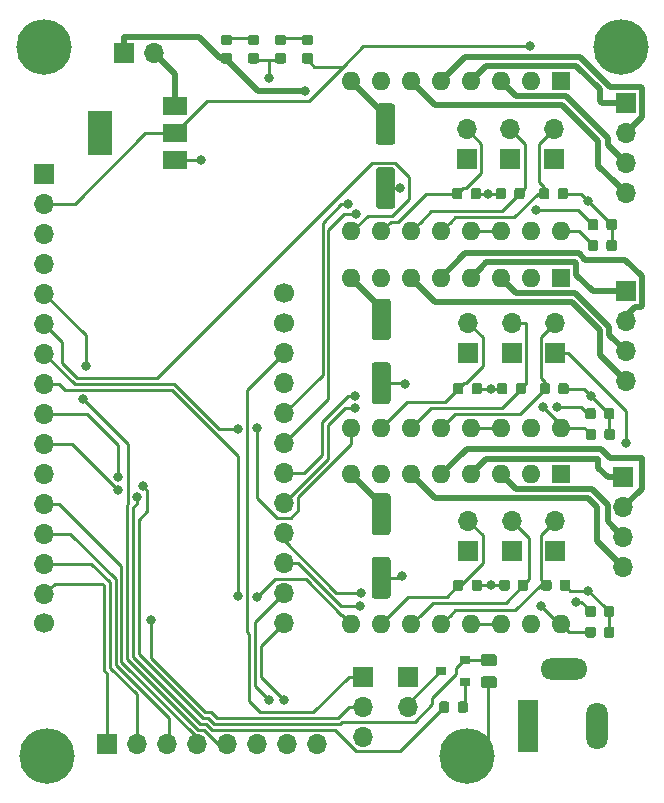
<source format=gtl>
G04 #@! TF.GenerationSoftware,KiCad,Pcbnew,(5.0.2)-1*
G04 #@! TF.CreationDate,2020-07-19T21:14:16-04:00*
G04 #@! TF.ProjectId,KiCad Schematic,4b694361-6420-4536-9368-656d61746963,rev?*
G04 #@! TF.SameCoordinates,Original*
G04 #@! TF.FileFunction,Copper,L1,Top*
G04 #@! TF.FilePolarity,Positive*
%FSLAX46Y46*%
G04 Gerber Fmt 4.6, Leading zero omitted, Abs format (unit mm)*
G04 Created by KiCad (PCBNEW (5.0.2)-1) date 7/19/2020 9:14:16 PM*
%MOMM*%
%LPD*%
G01*
G04 APERTURE LIST*
G04 #@! TA.AperFunction,ComponentPad*
%ADD10C,1.700000*%
G04 #@! TD*
G04 #@! TA.AperFunction,ComponentPad*
%ADD11O,1.700000X1.700000*%
G04 #@! TD*
G04 #@! TA.AperFunction,ComponentPad*
%ADD12R,1.700000X1.700000*%
G04 #@! TD*
G04 #@! TA.AperFunction,SMDPad,CuDef*
%ADD13R,2.000000X3.800000*%
G04 #@! TD*
G04 #@! TA.AperFunction,SMDPad,CuDef*
%ADD14R,2.000000X1.500000*%
G04 #@! TD*
G04 #@! TA.AperFunction,ComponentPad*
%ADD15R,1.600000X1.600000*%
G04 #@! TD*
G04 #@! TA.AperFunction,ComponentPad*
%ADD16O,1.600000X1.600000*%
G04 #@! TD*
G04 #@! TA.AperFunction,Conductor*
%ADD17C,0.100000*%
G04 #@! TD*
G04 #@! TA.AperFunction,SMDPad,CuDef*
%ADD18C,0.875000*%
G04 #@! TD*
G04 #@! TA.AperFunction,SMDPad,CuDef*
%ADD19C,1.600000*%
G04 #@! TD*
G04 #@! TA.AperFunction,ComponentPad*
%ADD20O,4.000000X1.800000*%
G04 #@! TD*
G04 #@! TA.AperFunction,ComponentPad*
%ADD21O,1.800000X4.000000*%
G04 #@! TD*
G04 #@! TA.AperFunction,ComponentPad*
%ADD22R,1.800000X4.400000*%
G04 #@! TD*
G04 #@! TA.AperFunction,SMDPad,CuDef*
%ADD23R,0.900000X0.800000*%
G04 #@! TD*
G04 #@! TA.AperFunction,SMDPad,CuDef*
%ADD24C,0.975000*%
G04 #@! TD*
G04 #@! TA.AperFunction,ComponentPad*
%ADD25C,4.700000*%
G04 #@! TD*
G04 #@! TA.AperFunction,ViaPad*
%ADD26C,0.800000*%
G04 #@! TD*
G04 #@! TA.AperFunction,Conductor*
%ADD27C,0.250000*%
G04 #@! TD*
G04 #@! TA.AperFunction,Conductor*
%ADD28C,0.500000*%
G04 #@! TD*
G04 APERTURE END LIST*
D10*
G04 #@! TO.P,U1,27*
G04 #@! TO.N,Net-(U1-Pad27)*
X37338000Y-98754001D03*
D11*
G04 #@! TO.P,U1,26*
G04 #@! TO.N,+5V*
X37338000Y-101294001D03*
G04 #@! TO.P,U1,25*
G04 #@! TO.N,Net-(U1-Pad25)*
X37338000Y-103834001D03*
G04 #@! TO.P,U1,24*
G04 #@! TO.N,/S0_DIR*
X37338000Y-106374001D03*
G04 #@! TO.P,U1,23*
G04 #@! TO.N,/S0_STEP*
X37338000Y-108914001D03*
G04 #@! TO.P,U1,22*
G04 #@! TO.N,/S1_DIR*
X37338000Y-111454001D03*
G04 #@! TO.P,U1,21*
G04 #@! TO.N,/S1_STEP*
X37338000Y-113994001D03*
G04 #@! TO.P,U1,20*
G04 #@! TO.N,/S2_DIR*
X37338000Y-116534001D03*
G04 #@! TO.P,U1,19*
G04 #@! TO.N,/S2_STEP*
X37338000Y-119074001D03*
G04 #@! TO.P,U1,18*
G04 #@! TO.N,/SCL*
X37338000Y-121614001D03*
G04 #@! TO.P,U1,17*
G04 #@! TO.N,/SDA*
X37338000Y-124154001D03*
G04 #@! TO.P,U1,5*
G04 #@! TO.N,/A0*
X17094000Y-96224001D03*
D12*
G04 #@! TO.P,U1,1*
G04 #@! TO.N,Net-(U1-Pad1)*
X17094000Y-86064001D03*
D11*
G04 #@! TO.P,U1,6*
G04 #@! TO.N,/S0_EN*
X17094000Y-98764001D03*
G04 #@! TO.P,U1,2*
G04 #@! TO.N,+3V3*
X17094000Y-88604001D03*
G04 #@! TO.P,U1,9*
G04 #@! TO.N,/MOT_SENSE*
X17094000Y-106384001D03*
G04 #@! TO.P,U1,15*
G04 #@! TO.N,/TX*
X17094000Y-121624001D03*
G04 #@! TO.P,U1,14*
G04 #@! TO.N,/RX*
X17094000Y-119084001D03*
G04 #@! TO.P,U1,11*
G04 #@! TO.N,Net-(U1-Pad11)*
X17094000Y-111464001D03*
G04 #@! TO.P,U1,4*
G04 #@! TO.N,GND*
X17094000Y-93684001D03*
G04 #@! TO.P,U1,13*
G04 #@! TO.N,/MI*
X17094000Y-116544001D03*
G04 #@! TO.P,U1,12*
G04 #@! TO.N,/MO*
X17094000Y-114004001D03*
G04 #@! TO.P,U1,3*
G04 #@! TO.N,Net-(U1-Pad3)*
X17094000Y-91144001D03*
G04 #@! TO.P,U1,7*
G04 #@! TO.N,/S1_EN*
X17094000Y-101304001D03*
G04 #@! TO.P,U1,8*
G04 #@! TO.N,/S2_EN*
X17094000Y-103844001D03*
G04 #@! TO.P,U1,10*
G04 #@! TO.N,/MOT_POWER*
X17094000Y-108924001D03*
D10*
G04 #@! TO.P,U1,28*
G04 #@! TO.N,Net-(U1-Pad28)*
X37338000Y-96214001D03*
G04 #@! TO.P,U1,16*
G04 #@! TO.N,/SERVO*
X17018000Y-124154001D03*
G04 #@! TD*
D12*
G04 #@! TO.P,J21,1*
G04 #@! TO.N,+12V*
X23864000Y-75886000D03*
D11*
G04 #@! TO.P,J21,2*
G04 #@! TO.N,Net-(J21-Pad2)*
X26404000Y-75886000D03*
G04 #@! TD*
D13*
G04 #@! TO.P,U2,4*
G04 #@! TO.N,GND*
X21814000Y-82636000D03*
D14*
G04 #@! TO.P,U2,2*
G04 #@! TO.N,+3V3*
X28114000Y-82636000D03*
G04 #@! TO.P,U2,3*
G04 #@! TO.N,Net-(J21-Pad2)*
X28114000Y-80336000D03*
G04 #@! TO.P,U2,1*
G04 #@! TO.N,GND*
X28114000Y-84936000D03*
G04 #@! TD*
D15*
G04 #@! TO.P,A3,1*
G04 #@! TO.N,GND*
X60833000Y-111506000D03*
D16*
G04 #@! TO.P,A3,9*
G04 #@! TO.N,/S2_EN*
X43053000Y-124206000D03*
G04 #@! TO.P,A3,2*
G04 #@! TO.N,+3V3*
X58293000Y-111506000D03*
G04 #@! TO.P,A3,10*
G04 #@! TO.N,/S2_MS1*
X45593000Y-124206000D03*
G04 #@! TO.P,A3,3*
G04 #@! TO.N,/S2_1B*
X55753000Y-111506000D03*
G04 #@! TO.P,A3,11*
G04 #@! TO.N,/S2_MS2*
X48133000Y-124206000D03*
G04 #@! TO.P,A3,4*
G04 #@! TO.N,/S2_1A*
X53213000Y-111506000D03*
G04 #@! TO.P,A3,12*
G04 #@! TO.N,/S2_MS3*
X50673000Y-124206000D03*
G04 #@! TO.P,A3,5*
G04 #@! TO.N,/S2_2A*
X50673000Y-111506000D03*
G04 #@! TO.P,A3,13*
G04 #@! TO.N,Net-(A3-Pad13)*
X53213000Y-124206000D03*
G04 #@! TO.P,A3,6*
G04 #@! TO.N,/S2_2B*
X48133000Y-111506000D03*
G04 #@! TO.P,A3,14*
G04 #@! TO.N,Net-(A3-Pad13)*
X55753000Y-124206000D03*
G04 #@! TO.P,A3,7*
G04 #@! TO.N,GND*
X45593000Y-111506000D03*
G04 #@! TO.P,A3,15*
G04 #@! TO.N,/S2_STEP*
X58293000Y-124206000D03*
G04 #@! TO.P,A3,8*
G04 #@! TO.N,+12V*
X43053000Y-111506000D03*
G04 #@! TO.P,A3,16*
G04 #@! TO.N,/S2_DIR*
X60833000Y-124206000D03*
G04 #@! TD*
D12*
G04 #@! TO.P,J16,1*
G04 #@! TO.N,/TX*
X22352000Y-134366000D03*
D11*
G04 #@! TO.P,J16,2*
G04 #@! TO.N,/RX*
X24892000Y-134366000D03*
G04 #@! TO.P,J16,3*
G04 #@! TO.N,/MI*
X27432000Y-134366000D03*
G04 #@! TO.P,J16,4*
G04 #@! TO.N,/MO*
X29972000Y-134366000D03*
G04 #@! TO.P,J16,5*
G04 #@! TO.N,/A0*
X32512000Y-134366000D03*
G04 #@! TO.P,J16,6*
G04 #@! TO.N,/SCL*
X35052000Y-134366000D03*
G04 #@! TO.P,J16,7*
G04 #@! TO.N,/SDA*
X37592000Y-134366000D03*
G04 #@! TO.P,J16,8*
G04 #@! TO.N,GND*
X40132000Y-134366000D03*
G04 #@! TD*
D17*
G04 #@! TO.N,Net-(D2-Pad2)*
G04 #@! TO.C,D2*
G36*
X35075691Y-74292553D02*
X35096926Y-74295703D01*
X35117750Y-74300919D01*
X35137962Y-74308151D01*
X35157368Y-74317330D01*
X35175781Y-74328366D01*
X35193024Y-74341154D01*
X35208930Y-74355570D01*
X35223346Y-74371476D01*
X35236134Y-74388719D01*
X35247170Y-74407132D01*
X35256349Y-74426538D01*
X35263581Y-74446750D01*
X35268797Y-74467574D01*
X35271947Y-74488809D01*
X35273000Y-74510250D01*
X35273000Y-74947750D01*
X35271947Y-74969191D01*
X35268797Y-74990426D01*
X35263581Y-75011250D01*
X35256349Y-75031462D01*
X35247170Y-75050868D01*
X35236134Y-75069281D01*
X35223346Y-75086524D01*
X35208930Y-75102430D01*
X35193024Y-75116846D01*
X35175781Y-75129634D01*
X35157368Y-75140670D01*
X35137962Y-75149849D01*
X35117750Y-75157081D01*
X35096926Y-75162297D01*
X35075691Y-75165447D01*
X35054250Y-75166500D01*
X34541750Y-75166500D01*
X34520309Y-75165447D01*
X34499074Y-75162297D01*
X34478250Y-75157081D01*
X34458038Y-75149849D01*
X34438632Y-75140670D01*
X34420219Y-75129634D01*
X34402976Y-75116846D01*
X34387070Y-75102430D01*
X34372654Y-75086524D01*
X34359866Y-75069281D01*
X34348830Y-75050868D01*
X34339651Y-75031462D01*
X34332419Y-75011250D01*
X34327203Y-74990426D01*
X34324053Y-74969191D01*
X34323000Y-74947750D01*
X34323000Y-74510250D01*
X34324053Y-74488809D01*
X34327203Y-74467574D01*
X34332419Y-74446750D01*
X34339651Y-74426538D01*
X34348830Y-74407132D01*
X34359866Y-74388719D01*
X34372654Y-74371476D01*
X34387070Y-74355570D01*
X34402976Y-74341154D01*
X34420219Y-74328366D01*
X34438632Y-74317330D01*
X34458038Y-74308151D01*
X34478250Y-74300919D01*
X34499074Y-74295703D01*
X34520309Y-74292553D01*
X34541750Y-74291500D01*
X35054250Y-74291500D01*
X35075691Y-74292553D01*
X35075691Y-74292553D01*
G37*
D18*
G04 #@! TD*
G04 #@! TO.P,D2,2*
G04 #@! TO.N,Net-(D2-Pad2)*
X34798000Y-74729000D03*
D17*
G04 #@! TO.N,GND*
G04 #@! TO.C,D2*
G36*
X35075691Y-75867553D02*
X35096926Y-75870703D01*
X35117750Y-75875919D01*
X35137962Y-75883151D01*
X35157368Y-75892330D01*
X35175781Y-75903366D01*
X35193024Y-75916154D01*
X35208930Y-75930570D01*
X35223346Y-75946476D01*
X35236134Y-75963719D01*
X35247170Y-75982132D01*
X35256349Y-76001538D01*
X35263581Y-76021750D01*
X35268797Y-76042574D01*
X35271947Y-76063809D01*
X35273000Y-76085250D01*
X35273000Y-76522750D01*
X35271947Y-76544191D01*
X35268797Y-76565426D01*
X35263581Y-76586250D01*
X35256349Y-76606462D01*
X35247170Y-76625868D01*
X35236134Y-76644281D01*
X35223346Y-76661524D01*
X35208930Y-76677430D01*
X35193024Y-76691846D01*
X35175781Y-76704634D01*
X35157368Y-76715670D01*
X35137962Y-76724849D01*
X35117750Y-76732081D01*
X35096926Y-76737297D01*
X35075691Y-76740447D01*
X35054250Y-76741500D01*
X34541750Y-76741500D01*
X34520309Y-76740447D01*
X34499074Y-76737297D01*
X34478250Y-76732081D01*
X34458038Y-76724849D01*
X34438632Y-76715670D01*
X34420219Y-76704634D01*
X34402976Y-76691846D01*
X34387070Y-76677430D01*
X34372654Y-76661524D01*
X34359866Y-76644281D01*
X34348830Y-76625868D01*
X34339651Y-76606462D01*
X34332419Y-76586250D01*
X34327203Y-76565426D01*
X34324053Y-76544191D01*
X34323000Y-76522750D01*
X34323000Y-76085250D01*
X34324053Y-76063809D01*
X34327203Y-76042574D01*
X34332419Y-76021750D01*
X34339651Y-76001538D01*
X34348830Y-75982132D01*
X34359866Y-75963719D01*
X34372654Y-75946476D01*
X34387070Y-75930570D01*
X34402976Y-75916154D01*
X34420219Y-75903366D01*
X34438632Y-75892330D01*
X34458038Y-75883151D01*
X34478250Y-75875919D01*
X34499074Y-75870703D01*
X34520309Y-75867553D01*
X34541750Y-75866500D01*
X35054250Y-75866500D01*
X35075691Y-75867553D01*
X35075691Y-75867553D01*
G37*
D18*
G04 #@! TD*
G04 #@! TO.P,D2,1*
G04 #@! TO.N,GND*
X34798000Y-76304000D03*
D17*
G04 #@! TO.N,GND*
G04 #@! TO.C,D1*
G36*
X37361691Y-75867553D02*
X37382926Y-75870703D01*
X37403750Y-75875919D01*
X37423962Y-75883151D01*
X37443368Y-75892330D01*
X37461781Y-75903366D01*
X37479024Y-75916154D01*
X37494930Y-75930570D01*
X37509346Y-75946476D01*
X37522134Y-75963719D01*
X37533170Y-75982132D01*
X37542349Y-76001538D01*
X37549581Y-76021750D01*
X37554797Y-76042574D01*
X37557947Y-76063809D01*
X37559000Y-76085250D01*
X37559000Y-76522750D01*
X37557947Y-76544191D01*
X37554797Y-76565426D01*
X37549581Y-76586250D01*
X37542349Y-76606462D01*
X37533170Y-76625868D01*
X37522134Y-76644281D01*
X37509346Y-76661524D01*
X37494930Y-76677430D01*
X37479024Y-76691846D01*
X37461781Y-76704634D01*
X37443368Y-76715670D01*
X37423962Y-76724849D01*
X37403750Y-76732081D01*
X37382926Y-76737297D01*
X37361691Y-76740447D01*
X37340250Y-76741500D01*
X36827750Y-76741500D01*
X36806309Y-76740447D01*
X36785074Y-76737297D01*
X36764250Y-76732081D01*
X36744038Y-76724849D01*
X36724632Y-76715670D01*
X36706219Y-76704634D01*
X36688976Y-76691846D01*
X36673070Y-76677430D01*
X36658654Y-76661524D01*
X36645866Y-76644281D01*
X36634830Y-76625868D01*
X36625651Y-76606462D01*
X36618419Y-76586250D01*
X36613203Y-76565426D01*
X36610053Y-76544191D01*
X36609000Y-76522750D01*
X36609000Y-76085250D01*
X36610053Y-76063809D01*
X36613203Y-76042574D01*
X36618419Y-76021750D01*
X36625651Y-76001538D01*
X36634830Y-75982132D01*
X36645866Y-75963719D01*
X36658654Y-75946476D01*
X36673070Y-75930570D01*
X36688976Y-75916154D01*
X36706219Y-75903366D01*
X36724632Y-75892330D01*
X36744038Y-75883151D01*
X36764250Y-75875919D01*
X36785074Y-75870703D01*
X36806309Y-75867553D01*
X36827750Y-75866500D01*
X37340250Y-75866500D01*
X37361691Y-75867553D01*
X37361691Y-75867553D01*
G37*
D18*
G04 #@! TD*
G04 #@! TO.P,D1,1*
G04 #@! TO.N,GND*
X37084000Y-76304000D03*
D17*
G04 #@! TO.N,Net-(D1-Pad2)*
G04 #@! TO.C,D1*
G36*
X37361691Y-74292553D02*
X37382926Y-74295703D01*
X37403750Y-74300919D01*
X37423962Y-74308151D01*
X37443368Y-74317330D01*
X37461781Y-74328366D01*
X37479024Y-74341154D01*
X37494930Y-74355570D01*
X37509346Y-74371476D01*
X37522134Y-74388719D01*
X37533170Y-74407132D01*
X37542349Y-74426538D01*
X37549581Y-74446750D01*
X37554797Y-74467574D01*
X37557947Y-74488809D01*
X37559000Y-74510250D01*
X37559000Y-74947750D01*
X37557947Y-74969191D01*
X37554797Y-74990426D01*
X37549581Y-75011250D01*
X37542349Y-75031462D01*
X37533170Y-75050868D01*
X37522134Y-75069281D01*
X37509346Y-75086524D01*
X37494930Y-75102430D01*
X37479024Y-75116846D01*
X37461781Y-75129634D01*
X37443368Y-75140670D01*
X37423962Y-75149849D01*
X37403750Y-75157081D01*
X37382926Y-75162297D01*
X37361691Y-75165447D01*
X37340250Y-75166500D01*
X36827750Y-75166500D01*
X36806309Y-75165447D01*
X36785074Y-75162297D01*
X36764250Y-75157081D01*
X36744038Y-75149849D01*
X36724632Y-75140670D01*
X36706219Y-75129634D01*
X36688976Y-75116846D01*
X36673070Y-75102430D01*
X36658654Y-75086524D01*
X36645866Y-75069281D01*
X36634830Y-75050868D01*
X36625651Y-75031462D01*
X36618419Y-75011250D01*
X36613203Y-74990426D01*
X36610053Y-74969191D01*
X36609000Y-74947750D01*
X36609000Y-74510250D01*
X36610053Y-74488809D01*
X36613203Y-74467574D01*
X36618419Y-74446750D01*
X36625651Y-74426538D01*
X36634830Y-74407132D01*
X36645866Y-74388719D01*
X36658654Y-74371476D01*
X36673070Y-74355570D01*
X36688976Y-74341154D01*
X36706219Y-74328366D01*
X36724632Y-74317330D01*
X36744038Y-74308151D01*
X36764250Y-74300919D01*
X36785074Y-74295703D01*
X36806309Y-74292553D01*
X36827750Y-74291500D01*
X37340250Y-74291500D01*
X37361691Y-74292553D01*
X37361691Y-74292553D01*
G37*
D18*
G04 #@! TD*
G04 #@! TO.P,D1,2*
G04 #@! TO.N,Net-(D1-Pad2)*
X37084000Y-74729000D03*
D17*
G04 #@! TO.N,+12V*
G04 #@! TO.C,R18*
G36*
X32789691Y-75867553D02*
X32810926Y-75870703D01*
X32831750Y-75875919D01*
X32851962Y-75883151D01*
X32871368Y-75892330D01*
X32889781Y-75903366D01*
X32907024Y-75916154D01*
X32922930Y-75930570D01*
X32937346Y-75946476D01*
X32950134Y-75963719D01*
X32961170Y-75982132D01*
X32970349Y-76001538D01*
X32977581Y-76021750D01*
X32982797Y-76042574D01*
X32985947Y-76063809D01*
X32987000Y-76085250D01*
X32987000Y-76522750D01*
X32985947Y-76544191D01*
X32982797Y-76565426D01*
X32977581Y-76586250D01*
X32970349Y-76606462D01*
X32961170Y-76625868D01*
X32950134Y-76644281D01*
X32937346Y-76661524D01*
X32922930Y-76677430D01*
X32907024Y-76691846D01*
X32889781Y-76704634D01*
X32871368Y-76715670D01*
X32851962Y-76724849D01*
X32831750Y-76732081D01*
X32810926Y-76737297D01*
X32789691Y-76740447D01*
X32768250Y-76741500D01*
X32255750Y-76741500D01*
X32234309Y-76740447D01*
X32213074Y-76737297D01*
X32192250Y-76732081D01*
X32172038Y-76724849D01*
X32152632Y-76715670D01*
X32134219Y-76704634D01*
X32116976Y-76691846D01*
X32101070Y-76677430D01*
X32086654Y-76661524D01*
X32073866Y-76644281D01*
X32062830Y-76625868D01*
X32053651Y-76606462D01*
X32046419Y-76586250D01*
X32041203Y-76565426D01*
X32038053Y-76544191D01*
X32037000Y-76522750D01*
X32037000Y-76085250D01*
X32038053Y-76063809D01*
X32041203Y-76042574D01*
X32046419Y-76021750D01*
X32053651Y-76001538D01*
X32062830Y-75982132D01*
X32073866Y-75963719D01*
X32086654Y-75946476D01*
X32101070Y-75930570D01*
X32116976Y-75916154D01*
X32134219Y-75903366D01*
X32152632Y-75892330D01*
X32172038Y-75883151D01*
X32192250Y-75875919D01*
X32213074Y-75870703D01*
X32234309Y-75867553D01*
X32255750Y-75866500D01*
X32768250Y-75866500D01*
X32789691Y-75867553D01*
X32789691Y-75867553D01*
G37*
D18*
G04 #@! TD*
G04 #@! TO.P,R18,2*
G04 #@! TO.N,+12V*
X32512000Y-76304000D03*
D17*
G04 #@! TO.N,Net-(D2-Pad2)*
G04 #@! TO.C,R18*
G36*
X32789691Y-74292553D02*
X32810926Y-74295703D01*
X32831750Y-74300919D01*
X32851962Y-74308151D01*
X32871368Y-74317330D01*
X32889781Y-74328366D01*
X32907024Y-74341154D01*
X32922930Y-74355570D01*
X32937346Y-74371476D01*
X32950134Y-74388719D01*
X32961170Y-74407132D01*
X32970349Y-74426538D01*
X32977581Y-74446750D01*
X32982797Y-74467574D01*
X32985947Y-74488809D01*
X32987000Y-74510250D01*
X32987000Y-74947750D01*
X32985947Y-74969191D01*
X32982797Y-74990426D01*
X32977581Y-75011250D01*
X32970349Y-75031462D01*
X32961170Y-75050868D01*
X32950134Y-75069281D01*
X32937346Y-75086524D01*
X32922930Y-75102430D01*
X32907024Y-75116846D01*
X32889781Y-75129634D01*
X32871368Y-75140670D01*
X32851962Y-75149849D01*
X32831750Y-75157081D01*
X32810926Y-75162297D01*
X32789691Y-75165447D01*
X32768250Y-75166500D01*
X32255750Y-75166500D01*
X32234309Y-75165447D01*
X32213074Y-75162297D01*
X32192250Y-75157081D01*
X32172038Y-75149849D01*
X32152632Y-75140670D01*
X32134219Y-75129634D01*
X32116976Y-75116846D01*
X32101070Y-75102430D01*
X32086654Y-75086524D01*
X32073866Y-75069281D01*
X32062830Y-75050868D01*
X32053651Y-75031462D01*
X32046419Y-75011250D01*
X32041203Y-74990426D01*
X32038053Y-74969191D01*
X32037000Y-74947750D01*
X32037000Y-74510250D01*
X32038053Y-74488809D01*
X32041203Y-74467574D01*
X32046419Y-74446750D01*
X32053651Y-74426538D01*
X32062830Y-74407132D01*
X32073866Y-74388719D01*
X32086654Y-74371476D01*
X32101070Y-74355570D01*
X32116976Y-74341154D01*
X32134219Y-74328366D01*
X32152632Y-74317330D01*
X32172038Y-74308151D01*
X32192250Y-74300919D01*
X32213074Y-74295703D01*
X32234309Y-74292553D01*
X32255750Y-74291500D01*
X32768250Y-74291500D01*
X32789691Y-74292553D01*
X32789691Y-74292553D01*
G37*
D18*
G04 #@! TD*
G04 #@! TO.P,R18,1*
G04 #@! TO.N,Net-(D2-Pad2)*
X32512000Y-74729000D03*
D17*
G04 #@! TO.N,Net-(D1-Pad2)*
G04 #@! TO.C,R17*
G36*
X39647691Y-74292553D02*
X39668926Y-74295703D01*
X39689750Y-74300919D01*
X39709962Y-74308151D01*
X39729368Y-74317330D01*
X39747781Y-74328366D01*
X39765024Y-74341154D01*
X39780930Y-74355570D01*
X39795346Y-74371476D01*
X39808134Y-74388719D01*
X39819170Y-74407132D01*
X39828349Y-74426538D01*
X39835581Y-74446750D01*
X39840797Y-74467574D01*
X39843947Y-74488809D01*
X39845000Y-74510250D01*
X39845000Y-74947750D01*
X39843947Y-74969191D01*
X39840797Y-74990426D01*
X39835581Y-75011250D01*
X39828349Y-75031462D01*
X39819170Y-75050868D01*
X39808134Y-75069281D01*
X39795346Y-75086524D01*
X39780930Y-75102430D01*
X39765024Y-75116846D01*
X39747781Y-75129634D01*
X39729368Y-75140670D01*
X39709962Y-75149849D01*
X39689750Y-75157081D01*
X39668926Y-75162297D01*
X39647691Y-75165447D01*
X39626250Y-75166500D01*
X39113750Y-75166500D01*
X39092309Y-75165447D01*
X39071074Y-75162297D01*
X39050250Y-75157081D01*
X39030038Y-75149849D01*
X39010632Y-75140670D01*
X38992219Y-75129634D01*
X38974976Y-75116846D01*
X38959070Y-75102430D01*
X38944654Y-75086524D01*
X38931866Y-75069281D01*
X38920830Y-75050868D01*
X38911651Y-75031462D01*
X38904419Y-75011250D01*
X38899203Y-74990426D01*
X38896053Y-74969191D01*
X38895000Y-74947750D01*
X38895000Y-74510250D01*
X38896053Y-74488809D01*
X38899203Y-74467574D01*
X38904419Y-74446750D01*
X38911651Y-74426538D01*
X38920830Y-74407132D01*
X38931866Y-74388719D01*
X38944654Y-74371476D01*
X38959070Y-74355570D01*
X38974976Y-74341154D01*
X38992219Y-74328366D01*
X39010632Y-74317330D01*
X39030038Y-74308151D01*
X39050250Y-74300919D01*
X39071074Y-74295703D01*
X39092309Y-74292553D01*
X39113750Y-74291500D01*
X39626250Y-74291500D01*
X39647691Y-74292553D01*
X39647691Y-74292553D01*
G37*
D18*
G04 #@! TD*
G04 #@! TO.P,R17,1*
G04 #@! TO.N,Net-(D1-Pad2)*
X39370000Y-74729000D03*
D17*
G04 #@! TO.N,+3V3*
G04 #@! TO.C,R17*
G36*
X39647691Y-75867553D02*
X39668926Y-75870703D01*
X39689750Y-75875919D01*
X39709962Y-75883151D01*
X39729368Y-75892330D01*
X39747781Y-75903366D01*
X39765024Y-75916154D01*
X39780930Y-75930570D01*
X39795346Y-75946476D01*
X39808134Y-75963719D01*
X39819170Y-75982132D01*
X39828349Y-76001538D01*
X39835581Y-76021750D01*
X39840797Y-76042574D01*
X39843947Y-76063809D01*
X39845000Y-76085250D01*
X39845000Y-76522750D01*
X39843947Y-76544191D01*
X39840797Y-76565426D01*
X39835581Y-76586250D01*
X39828349Y-76606462D01*
X39819170Y-76625868D01*
X39808134Y-76644281D01*
X39795346Y-76661524D01*
X39780930Y-76677430D01*
X39765024Y-76691846D01*
X39747781Y-76704634D01*
X39729368Y-76715670D01*
X39709962Y-76724849D01*
X39689750Y-76732081D01*
X39668926Y-76737297D01*
X39647691Y-76740447D01*
X39626250Y-76741500D01*
X39113750Y-76741500D01*
X39092309Y-76740447D01*
X39071074Y-76737297D01*
X39050250Y-76732081D01*
X39030038Y-76724849D01*
X39010632Y-76715670D01*
X38992219Y-76704634D01*
X38974976Y-76691846D01*
X38959070Y-76677430D01*
X38944654Y-76661524D01*
X38931866Y-76644281D01*
X38920830Y-76625868D01*
X38911651Y-76606462D01*
X38904419Y-76586250D01*
X38899203Y-76565426D01*
X38896053Y-76544191D01*
X38895000Y-76522750D01*
X38895000Y-76085250D01*
X38896053Y-76063809D01*
X38899203Y-76042574D01*
X38904419Y-76021750D01*
X38911651Y-76001538D01*
X38920830Y-75982132D01*
X38931866Y-75963719D01*
X38944654Y-75946476D01*
X38959070Y-75930570D01*
X38974976Y-75916154D01*
X38992219Y-75903366D01*
X39010632Y-75892330D01*
X39030038Y-75883151D01*
X39050250Y-75875919D01*
X39071074Y-75870703D01*
X39092309Y-75867553D01*
X39113750Y-75866500D01*
X39626250Y-75866500D01*
X39647691Y-75867553D01*
X39647691Y-75867553D01*
G37*
D18*
G04 #@! TD*
G04 #@! TO.P,R17,2*
G04 #@! TO.N,+3V3*
X39370000Y-76304000D03*
D17*
G04 #@! TO.N,GND*
G04 #@! TO.C,R16*
G36*
X65141691Y-122662053D02*
X65162926Y-122665203D01*
X65183750Y-122670419D01*
X65203962Y-122677651D01*
X65223368Y-122686830D01*
X65241781Y-122697866D01*
X65259024Y-122710654D01*
X65274930Y-122725070D01*
X65289346Y-122740976D01*
X65302134Y-122758219D01*
X65313170Y-122776632D01*
X65322349Y-122796038D01*
X65329581Y-122816250D01*
X65334797Y-122837074D01*
X65337947Y-122858309D01*
X65339000Y-122879750D01*
X65339000Y-123392250D01*
X65337947Y-123413691D01*
X65334797Y-123434926D01*
X65329581Y-123455750D01*
X65322349Y-123475962D01*
X65313170Y-123495368D01*
X65302134Y-123513781D01*
X65289346Y-123531024D01*
X65274930Y-123546930D01*
X65259024Y-123561346D01*
X65241781Y-123574134D01*
X65223368Y-123585170D01*
X65203962Y-123594349D01*
X65183750Y-123601581D01*
X65162926Y-123606797D01*
X65141691Y-123609947D01*
X65120250Y-123611000D01*
X64682750Y-123611000D01*
X64661309Y-123609947D01*
X64640074Y-123606797D01*
X64619250Y-123601581D01*
X64599038Y-123594349D01*
X64579632Y-123585170D01*
X64561219Y-123574134D01*
X64543976Y-123561346D01*
X64528070Y-123546930D01*
X64513654Y-123531024D01*
X64500866Y-123513781D01*
X64489830Y-123495368D01*
X64480651Y-123475962D01*
X64473419Y-123455750D01*
X64468203Y-123434926D01*
X64465053Y-123413691D01*
X64464000Y-123392250D01*
X64464000Y-122879750D01*
X64465053Y-122858309D01*
X64468203Y-122837074D01*
X64473419Y-122816250D01*
X64480651Y-122796038D01*
X64489830Y-122776632D01*
X64500866Y-122758219D01*
X64513654Y-122740976D01*
X64528070Y-122725070D01*
X64543976Y-122710654D01*
X64561219Y-122697866D01*
X64579632Y-122686830D01*
X64599038Y-122677651D01*
X64619250Y-122670419D01*
X64640074Y-122665203D01*
X64661309Y-122662053D01*
X64682750Y-122661000D01*
X65120250Y-122661000D01*
X65141691Y-122662053D01*
X65141691Y-122662053D01*
G37*
D18*
G04 #@! TD*
G04 #@! TO.P,R16,2*
G04 #@! TO.N,GND*
X64901500Y-123136000D03*
D17*
G04 #@! TO.N,/S2_STEP*
G04 #@! TO.C,R16*
G36*
X63566691Y-122662053D02*
X63587926Y-122665203D01*
X63608750Y-122670419D01*
X63628962Y-122677651D01*
X63648368Y-122686830D01*
X63666781Y-122697866D01*
X63684024Y-122710654D01*
X63699930Y-122725070D01*
X63714346Y-122740976D01*
X63727134Y-122758219D01*
X63738170Y-122776632D01*
X63747349Y-122796038D01*
X63754581Y-122816250D01*
X63759797Y-122837074D01*
X63762947Y-122858309D01*
X63764000Y-122879750D01*
X63764000Y-123392250D01*
X63762947Y-123413691D01*
X63759797Y-123434926D01*
X63754581Y-123455750D01*
X63747349Y-123475962D01*
X63738170Y-123495368D01*
X63727134Y-123513781D01*
X63714346Y-123531024D01*
X63699930Y-123546930D01*
X63684024Y-123561346D01*
X63666781Y-123574134D01*
X63648368Y-123585170D01*
X63628962Y-123594349D01*
X63608750Y-123601581D01*
X63587926Y-123606797D01*
X63566691Y-123609947D01*
X63545250Y-123611000D01*
X63107750Y-123611000D01*
X63086309Y-123609947D01*
X63065074Y-123606797D01*
X63044250Y-123601581D01*
X63024038Y-123594349D01*
X63004632Y-123585170D01*
X62986219Y-123574134D01*
X62968976Y-123561346D01*
X62953070Y-123546930D01*
X62938654Y-123531024D01*
X62925866Y-123513781D01*
X62914830Y-123495368D01*
X62905651Y-123475962D01*
X62898419Y-123455750D01*
X62893203Y-123434926D01*
X62890053Y-123413691D01*
X62889000Y-123392250D01*
X62889000Y-122879750D01*
X62890053Y-122858309D01*
X62893203Y-122837074D01*
X62898419Y-122816250D01*
X62905651Y-122796038D01*
X62914830Y-122776632D01*
X62925866Y-122758219D01*
X62938654Y-122740976D01*
X62953070Y-122725070D01*
X62968976Y-122710654D01*
X62986219Y-122697866D01*
X63004632Y-122686830D01*
X63024038Y-122677651D01*
X63044250Y-122670419D01*
X63065074Y-122665203D01*
X63086309Y-122662053D01*
X63107750Y-122661000D01*
X63545250Y-122661000D01*
X63566691Y-122662053D01*
X63566691Y-122662053D01*
G37*
D18*
G04 #@! TD*
G04 #@! TO.P,R16,1*
G04 #@! TO.N,/S2_STEP*
X63326500Y-123136000D03*
D17*
G04 #@! TO.N,/S0_STEP*
G04 #@! TO.C,R15*
G36*
X63779191Y-89912053D02*
X63800426Y-89915203D01*
X63821250Y-89920419D01*
X63841462Y-89927651D01*
X63860868Y-89936830D01*
X63879281Y-89947866D01*
X63896524Y-89960654D01*
X63912430Y-89975070D01*
X63926846Y-89990976D01*
X63939634Y-90008219D01*
X63950670Y-90026632D01*
X63959849Y-90046038D01*
X63967081Y-90066250D01*
X63972297Y-90087074D01*
X63975447Y-90108309D01*
X63976500Y-90129750D01*
X63976500Y-90642250D01*
X63975447Y-90663691D01*
X63972297Y-90684926D01*
X63967081Y-90705750D01*
X63959849Y-90725962D01*
X63950670Y-90745368D01*
X63939634Y-90763781D01*
X63926846Y-90781024D01*
X63912430Y-90796930D01*
X63896524Y-90811346D01*
X63879281Y-90824134D01*
X63860868Y-90835170D01*
X63841462Y-90844349D01*
X63821250Y-90851581D01*
X63800426Y-90856797D01*
X63779191Y-90859947D01*
X63757750Y-90861000D01*
X63320250Y-90861000D01*
X63298809Y-90859947D01*
X63277574Y-90856797D01*
X63256750Y-90851581D01*
X63236538Y-90844349D01*
X63217132Y-90835170D01*
X63198719Y-90824134D01*
X63181476Y-90811346D01*
X63165570Y-90796930D01*
X63151154Y-90781024D01*
X63138366Y-90763781D01*
X63127330Y-90745368D01*
X63118151Y-90725962D01*
X63110919Y-90705750D01*
X63105703Y-90684926D01*
X63102553Y-90663691D01*
X63101500Y-90642250D01*
X63101500Y-90129750D01*
X63102553Y-90108309D01*
X63105703Y-90087074D01*
X63110919Y-90066250D01*
X63118151Y-90046038D01*
X63127330Y-90026632D01*
X63138366Y-90008219D01*
X63151154Y-89990976D01*
X63165570Y-89975070D01*
X63181476Y-89960654D01*
X63198719Y-89947866D01*
X63217132Y-89936830D01*
X63236538Y-89927651D01*
X63256750Y-89920419D01*
X63277574Y-89915203D01*
X63298809Y-89912053D01*
X63320250Y-89911000D01*
X63757750Y-89911000D01*
X63779191Y-89912053D01*
X63779191Y-89912053D01*
G37*
D18*
G04 #@! TD*
G04 #@! TO.P,R15,1*
G04 #@! TO.N,/S0_STEP*
X63539000Y-90386000D03*
D17*
G04 #@! TO.N,GND*
G04 #@! TO.C,R15*
G36*
X65354191Y-89912053D02*
X65375426Y-89915203D01*
X65396250Y-89920419D01*
X65416462Y-89927651D01*
X65435868Y-89936830D01*
X65454281Y-89947866D01*
X65471524Y-89960654D01*
X65487430Y-89975070D01*
X65501846Y-89990976D01*
X65514634Y-90008219D01*
X65525670Y-90026632D01*
X65534849Y-90046038D01*
X65542081Y-90066250D01*
X65547297Y-90087074D01*
X65550447Y-90108309D01*
X65551500Y-90129750D01*
X65551500Y-90642250D01*
X65550447Y-90663691D01*
X65547297Y-90684926D01*
X65542081Y-90705750D01*
X65534849Y-90725962D01*
X65525670Y-90745368D01*
X65514634Y-90763781D01*
X65501846Y-90781024D01*
X65487430Y-90796930D01*
X65471524Y-90811346D01*
X65454281Y-90824134D01*
X65435868Y-90835170D01*
X65416462Y-90844349D01*
X65396250Y-90851581D01*
X65375426Y-90856797D01*
X65354191Y-90859947D01*
X65332750Y-90861000D01*
X64895250Y-90861000D01*
X64873809Y-90859947D01*
X64852574Y-90856797D01*
X64831750Y-90851581D01*
X64811538Y-90844349D01*
X64792132Y-90835170D01*
X64773719Y-90824134D01*
X64756476Y-90811346D01*
X64740570Y-90796930D01*
X64726154Y-90781024D01*
X64713366Y-90763781D01*
X64702330Y-90745368D01*
X64693151Y-90725962D01*
X64685919Y-90705750D01*
X64680703Y-90684926D01*
X64677553Y-90663691D01*
X64676500Y-90642250D01*
X64676500Y-90129750D01*
X64677553Y-90108309D01*
X64680703Y-90087074D01*
X64685919Y-90066250D01*
X64693151Y-90046038D01*
X64702330Y-90026632D01*
X64713366Y-90008219D01*
X64726154Y-89990976D01*
X64740570Y-89975070D01*
X64756476Y-89960654D01*
X64773719Y-89947866D01*
X64792132Y-89936830D01*
X64811538Y-89927651D01*
X64831750Y-89920419D01*
X64852574Y-89915203D01*
X64873809Y-89912053D01*
X64895250Y-89911000D01*
X65332750Y-89911000D01*
X65354191Y-89912053D01*
X65354191Y-89912053D01*
G37*
D18*
G04 #@! TD*
G04 #@! TO.P,R15,2*
G04 #@! TO.N,GND*
X65114000Y-90386000D03*
D17*
G04 #@! TO.N,GND*
G04 #@! TO.C,R14*
G36*
X65179191Y-107662053D02*
X65200426Y-107665203D01*
X65221250Y-107670419D01*
X65241462Y-107677651D01*
X65260868Y-107686830D01*
X65279281Y-107697866D01*
X65296524Y-107710654D01*
X65312430Y-107725070D01*
X65326846Y-107740976D01*
X65339634Y-107758219D01*
X65350670Y-107776632D01*
X65359849Y-107796038D01*
X65367081Y-107816250D01*
X65372297Y-107837074D01*
X65375447Y-107858309D01*
X65376500Y-107879750D01*
X65376500Y-108392250D01*
X65375447Y-108413691D01*
X65372297Y-108434926D01*
X65367081Y-108455750D01*
X65359849Y-108475962D01*
X65350670Y-108495368D01*
X65339634Y-108513781D01*
X65326846Y-108531024D01*
X65312430Y-108546930D01*
X65296524Y-108561346D01*
X65279281Y-108574134D01*
X65260868Y-108585170D01*
X65241462Y-108594349D01*
X65221250Y-108601581D01*
X65200426Y-108606797D01*
X65179191Y-108609947D01*
X65157750Y-108611000D01*
X64720250Y-108611000D01*
X64698809Y-108609947D01*
X64677574Y-108606797D01*
X64656750Y-108601581D01*
X64636538Y-108594349D01*
X64617132Y-108585170D01*
X64598719Y-108574134D01*
X64581476Y-108561346D01*
X64565570Y-108546930D01*
X64551154Y-108531024D01*
X64538366Y-108513781D01*
X64527330Y-108495368D01*
X64518151Y-108475962D01*
X64510919Y-108455750D01*
X64505703Y-108434926D01*
X64502553Y-108413691D01*
X64501500Y-108392250D01*
X64501500Y-107879750D01*
X64502553Y-107858309D01*
X64505703Y-107837074D01*
X64510919Y-107816250D01*
X64518151Y-107796038D01*
X64527330Y-107776632D01*
X64538366Y-107758219D01*
X64551154Y-107740976D01*
X64565570Y-107725070D01*
X64581476Y-107710654D01*
X64598719Y-107697866D01*
X64617132Y-107686830D01*
X64636538Y-107677651D01*
X64656750Y-107670419D01*
X64677574Y-107665203D01*
X64698809Y-107662053D01*
X64720250Y-107661000D01*
X65157750Y-107661000D01*
X65179191Y-107662053D01*
X65179191Y-107662053D01*
G37*
D18*
G04 #@! TD*
G04 #@! TO.P,R14,2*
G04 #@! TO.N,GND*
X64939000Y-108136000D03*
D17*
G04 #@! TO.N,/S1_DIR*
G04 #@! TO.C,R14*
G36*
X63604191Y-107662053D02*
X63625426Y-107665203D01*
X63646250Y-107670419D01*
X63666462Y-107677651D01*
X63685868Y-107686830D01*
X63704281Y-107697866D01*
X63721524Y-107710654D01*
X63737430Y-107725070D01*
X63751846Y-107740976D01*
X63764634Y-107758219D01*
X63775670Y-107776632D01*
X63784849Y-107796038D01*
X63792081Y-107816250D01*
X63797297Y-107837074D01*
X63800447Y-107858309D01*
X63801500Y-107879750D01*
X63801500Y-108392250D01*
X63800447Y-108413691D01*
X63797297Y-108434926D01*
X63792081Y-108455750D01*
X63784849Y-108475962D01*
X63775670Y-108495368D01*
X63764634Y-108513781D01*
X63751846Y-108531024D01*
X63737430Y-108546930D01*
X63721524Y-108561346D01*
X63704281Y-108574134D01*
X63685868Y-108585170D01*
X63666462Y-108594349D01*
X63646250Y-108601581D01*
X63625426Y-108606797D01*
X63604191Y-108609947D01*
X63582750Y-108611000D01*
X63145250Y-108611000D01*
X63123809Y-108609947D01*
X63102574Y-108606797D01*
X63081750Y-108601581D01*
X63061538Y-108594349D01*
X63042132Y-108585170D01*
X63023719Y-108574134D01*
X63006476Y-108561346D01*
X62990570Y-108546930D01*
X62976154Y-108531024D01*
X62963366Y-108513781D01*
X62952330Y-108495368D01*
X62943151Y-108475962D01*
X62935919Y-108455750D01*
X62930703Y-108434926D01*
X62927553Y-108413691D01*
X62926500Y-108392250D01*
X62926500Y-107879750D01*
X62927553Y-107858309D01*
X62930703Y-107837074D01*
X62935919Y-107816250D01*
X62943151Y-107796038D01*
X62952330Y-107776632D01*
X62963366Y-107758219D01*
X62976154Y-107740976D01*
X62990570Y-107725070D01*
X63006476Y-107710654D01*
X63023719Y-107697866D01*
X63042132Y-107686830D01*
X63061538Y-107677651D01*
X63081750Y-107670419D01*
X63102574Y-107665203D01*
X63123809Y-107662053D01*
X63145250Y-107661000D01*
X63582750Y-107661000D01*
X63604191Y-107662053D01*
X63604191Y-107662053D01*
G37*
D18*
G04 #@! TD*
G04 #@! TO.P,R14,1*
G04 #@! TO.N,/S1_DIR*
X63364000Y-108136000D03*
D17*
G04 #@! TO.N,/S2_DIR*
G04 #@! TO.C,R13*
G36*
X63566691Y-124412053D02*
X63587926Y-124415203D01*
X63608750Y-124420419D01*
X63628962Y-124427651D01*
X63648368Y-124436830D01*
X63666781Y-124447866D01*
X63684024Y-124460654D01*
X63699930Y-124475070D01*
X63714346Y-124490976D01*
X63727134Y-124508219D01*
X63738170Y-124526632D01*
X63747349Y-124546038D01*
X63754581Y-124566250D01*
X63759797Y-124587074D01*
X63762947Y-124608309D01*
X63764000Y-124629750D01*
X63764000Y-125142250D01*
X63762947Y-125163691D01*
X63759797Y-125184926D01*
X63754581Y-125205750D01*
X63747349Y-125225962D01*
X63738170Y-125245368D01*
X63727134Y-125263781D01*
X63714346Y-125281024D01*
X63699930Y-125296930D01*
X63684024Y-125311346D01*
X63666781Y-125324134D01*
X63648368Y-125335170D01*
X63628962Y-125344349D01*
X63608750Y-125351581D01*
X63587926Y-125356797D01*
X63566691Y-125359947D01*
X63545250Y-125361000D01*
X63107750Y-125361000D01*
X63086309Y-125359947D01*
X63065074Y-125356797D01*
X63044250Y-125351581D01*
X63024038Y-125344349D01*
X63004632Y-125335170D01*
X62986219Y-125324134D01*
X62968976Y-125311346D01*
X62953070Y-125296930D01*
X62938654Y-125281024D01*
X62925866Y-125263781D01*
X62914830Y-125245368D01*
X62905651Y-125225962D01*
X62898419Y-125205750D01*
X62893203Y-125184926D01*
X62890053Y-125163691D01*
X62889000Y-125142250D01*
X62889000Y-124629750D01*
X62890053Y-124608309D01*
X62893203Y-124587074D01*
X62898419Y-124566250D01*
X62905651Y-124546038D01*
X62914830Y-124526632D01*
X62925866Y-124508219D01*
X62938654Y-124490976D01*
X62953070Y-124475070D01*
X62968976Y-124460654D01*
X62986219Y-124447866D01*
X63004632Y-124436830D01*
X63024038Y-124427651D01*
X63044250Y-124420419D01*
X63065074Y-124415203D01*
X63086309Y-124412053D01*
X63107750Y-124411000D01*
X63545250Y-124411000D01*
X63566691Y-124412053D01*
X63566691Y-124412053D01*
G37*
D18*
G04 #@! TD*
G04 #@! TO.P,R13,1*
G04 #@! TO.N,/S2_DIR*
X63326500Y-124886000D03*
D17*
G04 #@! TO.N,GND*
G04 #@! TO.C,R13*
G36*
X65141691Y-124412053D02*
X65162926Y-124415203D01*
X65183750Y-124420419D01*
X65203962Y-124427651D01*
X65223368Y-124436830D01*
X65241781Y-124447866D01*
X65259024Y-124460654D01*
X65274930Y-124475070D01*
X65289346Y-124490976D01*
X65302134Y-124508219D01*
X65313170Y-124526632D01*
X65322349Y-124546038D01*
X65329581Y-124566250D01*
X65334797Y-124587074D01*
X65337947Y-124608309D01*
X65339000Y-124629750D01*
X65339000Y-125142250D01*
X65337947Y-125163691D01*
X65334797Y-125184926D01*
X65329581Y-125205750D01*
X65322349Y-125225962D01*
X65313170Y-125245368D01*
X65302134Y-125263781D01*
X65289346Y-125281024D01*
X65274930Y-125296930D01*
X65259024Y-125311346D01*
X65241781Y-125324134D01*
X65223368Y-125335170D01*
X65203962Y-125344349D01*
X65183750Y-125351581D01*
X65162926Y-125356797D01*
X65141691Y-125359947D01*
X65120250Y-125361000D01*
X64682750Y-125361000D01*
X64661309Y-125359947D01*
X64640074Y-125356797D01*
X64619250Y-125351581D01*
X64599038Y-125344349D01*
X64579632Y-125335170D01*
X64561219Y-125324134D01*
X64543976Y-125311346D01*
X64528070Y-125296930D01*
X64513654Y-125281024D01*
X64500866Y-125263781D01*
X64489830Y-125245368D01*
X64480651Y-125225962D01*
X64473419Y-125205750D01*
X64468203Y-125184926D01*
X64465053Y-125163691D01*
X64464000Y-125142250D01*
X64464000Y-124629750D01*
X64465053Y-124608309D01*
X64468203Y-124587074D01*
X64473419Y-124566250D01*
X64480651Y-124546038D01*
X64489830Y-124526632D01*
X64500866Y-124508219D01*
X64513654Y-124490976D01*
X64528070Y-124475070D01*
X64543976Y-124460654D01*
X64561219Y-124447866D01*
X64579632Y-124436830D01*
X64599038Y-124427651D01*
X64619250Y-124420419D01*
X64640074Y-124415203D01*
X64661309Y-124412053D01*
X64682750Y-124411000D01*
X65120250Y-124411000D01*
X65141691Y-124412053D01*
X65141691Y-124412053D01*
G37*
D18*
G04 #@! TD*
G04 #@! TO.P,R13,2*
G04 #@! TO.N,GND*
X64901500Y-124886000D03*
D17*
G04 #@! TO.N,GND*
G04 #@! TO.C,R12*
G36*
X65354191Y-91662053D02*
X65375426Y-91665203D01*
X65396250Y-91670419D01*
X65416462Y-91677651D01*
X65435868Y-91686830D01*
X65454281Y-91697866D01*
X65471524Y-91710654D01*
X65487430Y-91725070D01*
X65501846Y-91740976D01*
X65514634Y-91758219D01*
X65525670Y-91776632D01*
X65534849Y-91796038D01*
X65542081Y-91816250D01*
X65547297Y-91837074D01*
X65550447Y-91858309D01*
X65551500Y-91879750D01*
X65551500Y-92392250D01*
X65550447Y-92413691D01*
X65547297Y-92434926D01*
X65542081Y-92455750D01*
X65534849Y-92475962D01*
X65525670Y-92495368D01*
X65514634Y-92513781D01*
X65501846Y-92531024D01*
X65487430Y-92546930D01*
X65471524Y-92561346D01*
X65454281Y-92574134D01*
X65435868Y-92585170D01*
X65416462Y-92594349D01*
X65396250Y-92601581D01*
X65375426Y-92606797D01*
X65354191Y-92609947D01*
X65332750Y-92611000D01*
X64895250Y-92611000D01*
X64873809Y-92609947D01*
X64852574Y-92606797D01*
X64831750Y-92601581D01*
X64811538Y-92594349D01*
X64792132Y-92585170D01*
X64773719Y-92574134D01*
X64756476Y-92561346D01*
X64740570Y-92546930D01*
X64726154Y-92531024D01*
X64713366Y-92513781D01*
X64702330Y-92495368D01*
X64693151Y-92475962D01*
X64685919Y-92455750D01*
X64680703Y-92434926D01*
X64677553Y-92413691D01*
X64676500Y-92392250D01*
X64676500Y-91879750D01*
X64677553Y-91858309D01*
X64680703Y-91837074D01*
X64685919Y-91816250D01*
X64693151Y-91796038D01*
X64702330Y-91776632D01*
X64713366Y-91758219D01*
X64726154Y-91740976D01*
X64740570Y-91725070D01*
X64756476Y-91710654D01*
X64773719Y-91697866D01*
X64792132Y-91686830D01*
X64811538Y-91677651D01*
X64831750Y-91670419D01*
X64852574Y-91665203D01*
X64873809Y-91662053D01*
X64895250Y-91661000D01*
X65332750Y-91661000D01*
X65354191Y-91662053D01*
X65354191Y-91662053D01*
G37*
D18*
G04 #@! TD*
G04 #@! TO.P,R12,2*
G04 #@! TO.N,GND*
X65114000Y-92136000D03*
D17*
G04 #@! TO.N,/S0_DIR*
G04 #@! TO.C,R12*
G36*
X63779191Y-91662053D02*
X63800426Y-91665203D01*
X63821250Y-91670419D01*
X63841462Y-91677651D01*
X63860868Y-91686830D01*
X63879281Y-91697866D01*
X63896524Y-91710654D01*
X63912430Y-91725070D01*
X63926846Y-91740976D01*
X63939634Y-91758219D01*
X63950670Y-91776632D01*
X63959849Y-91796038D01*
X63967081Y-91816250D01*
X63972297Y-91837074D01*
X63975447Y-91858309D01*
X63976500Y-91879750D01*
X63976500Y-92392250D01*
X63975447Y-92413691D01*
X63972297Y-92434926D01*
X63967081Y-92455750D01*
X63959849Y-92475962D01*
X63950670Y-92495368D01*
X63939634Y-92513781D01*
X63926846Y-92531024D01*
X63912430Y-92546930D01*
X63896524Y-92561346D01*
X63879281Y-92574134D01*
X63860868Y-92585170D01*
X63841462Y-92594349D01*
X63821250Y-92601581D01*
X63800426Y-92606797D01*
X63779191Y-92609947D01*
X63757750Y-92611000D01*
X63320250Y-92611000D01*
X63298809Y-92609947D01*
X63277574Y-92606797D01*
X63256750Y-92601581D01*
X63236538Y-92594349D01*
X63217132Y-92585170D01*
X63198719Y-92574134D01*
X63181476Y-92561346D01*
X63165570Y-92546930D01*
X63151154Y-92531024D01*
X63138366Y-92513781D01*
X63127330Y-92495368D01*
X63118151Y-92475962D01*
X63110919Y-92455750D01*
X63105703Y-92434926D01*
X63102553Y-92413691D01*
X63101500Y-92392250D01*
X63101500Y-91879750D01*
X63102553Y-91858309D01*
X63105703Y-91837074D01*
X63110919Y-91816250D01*
X63118151Y-91796038D01*
X63127330Y-91776632D01*
X63138366Y-91758219D01*
X63151154Y-91740976D01*
X63165570Y-91725070D01*
X63181476Y-91710654D01*
X63198719Y-91697866D01*
X63217132Y-91686830D01*
X63236538Y-91677651D01*
X63256750Y-91670419D01*
X63277574Y-91665203D01*
X63298809Y-91662053D01*
X63320250Y-91661000D01*
X63757750Y-91661000D01*
X63779191Y-91662053D01*
X63779191Y-91662053D01*
G37*
D18*
G04 #@! TD*
G04 #@! TO.P,R12,1*
G04 #@! TO.N,/S0_DIR*
X63539000Y-92136000D03*
D17*
G04 #@! TO.N,/MOT_POWER*
G04 #@! TO.C,R10*
G36*
X51172479Y-130754942D02*
X51193714Y-130758092D01*
X51214538Y-130763308D01*
X51234750Y-130770540D01*
X51254156Y-130779719D01*
X51272569Y-130790755D01*
X51289812Y-130803543D01*
X51305718Y-130817959D01*
X51320134Y-130833865D01*
X51332922Y-130851108D01*
X51343958Y-130869521D01*
X51353137Y-130888927D01*
X51360369Y-130909139D01*
X51365585Y-130929963D01*
X51368735Y-130951198D01*
X51369788Y-130972639D01*
X51369788Y-131485139D01*
X51368735Y-131506580D01*
X51365585Y-131527815D01*
X51360369Y-131548639D01*
X51353137Y-131568851D01*
X51343958Y-131588257D01*
X51332922Y-131606670D01*
X51320134Y-131623913D01*
X51305718Y-131639819D01*
X51289812Y-131654235D01*
X51272569Y-131667023D01*
X51254156Y-131678059D01*
X51234750Y-131687238D01*
X51214538Y-131694470D01*
X51193714Y-131699686D01*
X51172479Y-131702836D01*
X51151038Y-131703889D01*
X50713538Y-131703889D01*
X50692097Y-131702836D01*
X50670862Y-131699686D01*
X50650038Y-131694470D01*
X50629826Y-131687238D01*
X50610420Y-131678059D01*
X50592007Y-131667023D01*
X50574764Y-131654235D01*
X50558858Y-131639819D01*
X50544442Y-131623913D01*
X50531654Y-131606670D01*
X50520618Y-131588257D01*
X50511439Y-131568851D01*
X50504207Y-131548639D01*
X50498991Y-131527815D01*
X50495841Y-131506580D01*
X50494788Y-131485139D01*
X50494788Y-130972639D01*
X50495841Y-130951198D01*
X50498991Y-130929963D01*
X50504207Y-130909139D01*
X50511439Y-130888927D01*
X50520618Y-130869521D01*
X50531654Y-130851108D01*
X50544442Y-130833865D01*
X50558858Y-130817959D01*
X50574764Y-130803543D01*
X50592007Y-130790755D01*
X50610420Y-130779719D01*
X50629826Y-130770540D01*
X50650038Y-130763308D01*
X50670862Y-130758092D01*
X50692097Y-130754942D01*
X50713538Y-130753889D01*
X51151038Y-130753889D01*
X51172479Y-130754942D01*
X51172479Y-130754942D01*
G37*
D18*
G04 #@! TD*
G04 #@! TO.P,R10,1*
G04 #@! TO.N,/MOT_POWER*
X50932288Y-131228889D03*
D17*
G04 #@! TO.N,Net-(Q1-Pad1)*
G04 #@! TO.C,R10*
G36*
X52747479Y-130754942D02*
X52768714Y-130758092D01*
X52789538Y-130763308D01*
X52809750Y-130770540D01*
X52829156Y-130779719D01*
X52847569Y-130790755D01*
X52864812Y-130803543D01*
X52880718Y-130817959D01*
X52895134Y-130833865D01*
X52907922Y-130851108D01*
X52918958Y-130869521D01*
X52928137Y-130888927D01*
X52935369Y-130909139D01*
X52940585Y-130929963D01*
X52943735Y-130951198D01*
X52944788Y-130972639D01*
X52944788Y-131485139D01*
X52943735Y-131506580D01*
X52940585Y-131527815D01*
X52935369Y-131548639D01*
X52928137Y-131568851D01*
X52918958Y-131588257D01*
X52907922Y-131606670D01*
X52895134Y-131623913D01*
X52880718Y-131639819D01*
X52864812Y-131654235D01*
X52847569Y-131667023D01*
X52829156Y-131678059D01*
X52809750Y-131687238D01*
X52789538Y-131694470D01*
X52768714Y-131699686D01*
X52747479Y-131702836D01*
X52726038Y-131703889D01*
X52288538Y-131703889D01*
X52267097Y-131702836D01*
X52245862Y-131699686D01*
X52225038Y-131694470D01*
X52204826Y-131687238D01*
X52185420Y-131678059D01*
X52167007Y-131667023D01*
X52149764Y-131654235D01*
X52133858Y-131639819D01*
X52119442Y-131623913D01*
X52106654Y-131606670D01*
X52095618Y-131588257D01*
X52086439Y-131568851D01*
X52079207Y-131548639D01*
X52073991Y-131527815D01*
X52070841Y-131506580D01*
X52069788Y-131485139D01*
X52069788Y-130972639D01*
X52070841Y-130951198D01*
X52073991Y-130929963D01*
X52079207Y-130909139D01*
X52086439Y-130888927D01*
X52095618Y-130869521D01*
X52106654Y-130851108D01*
X52119442Y-130833865D01*
X52133858Y-130817959D01*
X52149764Y-130803543D01*
X52167007Y-130790755D01*
X52185420Y-130779719D01*
X52204826Y-130770540D01*
X52225038Y-130763308D01*
X52245862Y-130758092D01*
X52267097Y-130754942D01*
X52288538Y-130753889D01*
X52726038Y-130753889D01*
X52747479Y-130754942D01*
X52747479Y-130754942D01*
G37*
D18*
G04 #@! TD*
G04 #@! TO.P,R10,2*
G04 #@! TO.N,Net-(Q1-Pad1)*
X52507288Y-131228889D03*
D17*
G04 #@! TO.N,GND*
G04 #@! TO.C,R9*
G36*
X61401191Y-120430053D02*
X61422426Y-120433203D01*
X61443250Y-120438419D01*
X61463462Y-120445651D01*
X61482868Y-120454830D01*
X61501281Y-120465866D01*
X61518524Y-120478654D01*
X61534430Y-120493070D01*
X61548846Y-120508976D01*
X61561634Y-120526219D01*
X61572670Y-120544632D01*
X61581849Y-120564038D01*
X61589081Y-120584250D01*
X61594297Y-120605074D01*
X61597447Y-120626309D01*
X61598500Y-120647750D01*
X61598500Y-121160250D01*
X61597447Y-121181691D01*
X61594297Y-121202926D01*
X61589081Y-121223750D01*
X61581849Y-121243962D01*
X61572670Y-121263368D01*
X61561634Y-121281781D01*
X61548846Y-121299024D01*
X61534430Y-121314930D01*
X61518524Y-121329346D01*
X61501281Y-121342134D01*
X61482868Y-121353170D01*
X61463462Y-121362349D01*
X61443250Y-121369581D01*
X61422426Y-121374797D01*
X61401191Y-121377947D01*
X61379750Y-121379000D01*
X60942250Y-121379000D01*
X60920809Y-121377947D01*
X60899574Y-121374797D01*
X60878750Y-121369581D01*
X60858538Y-121362349D01*
X60839132Y-121353170D01*
X60820719Y-121342134D01*
X60803476Y-121329346D01*
X60787570Y-121314930D01*
X60773154Y-121299024D01*
X60760366Y-121281781D01*
X60749330Y-121263368D01*
X60740151Y-121243962D01*
X60732919Y-121223750D01*
X60727703Y-121202926D01*
X60724553Y-121181691D01*
X60723500Y-121160250D01*
X60723500Y-120647750D01*
X60724553Y-120626309D01*
X60727703Y-120605074D01*
X60732919Y-120584250D01*
X60740151Y-120564038D01*
X60749330Y-120544632D01*
X60760366Y-120526219D01*
X60773154Y-120508976D01*
X60787570Y-120493070D01*
X60803476Y-120478654D01*
X60820719Y-120465866D01*
X60839132Y-120454830D01*
X60858538Y-120445651D01*
X60878750Y-120438419D01*
X60899574Y-120433203D01*
X60920809Y-120430053D01*
X60942250Y-120429000D01*
X61379750Y-120429000D01*
X61401191Y-120430053D01*
X61401191Y-120430053D01*
G37*
D18*
G04 #@! TD*
G04 #@! TO.P,R9,2*
G04 #@! TO.N,GND*
X61161000Y-120904000D03*
D17*
G04 #@! TO.N,/S2_MS3*
G04 #@! TO.C,R9*
G36*
X59826191Y-120430053D02*
X59847426Y-120433203D01*
X59868250Y-120438419D01*
X59888462Y-120445651D01*
X59907868Y-120454830D01*
X59926281Y-120465866D01*
X59943524Y-120478654D01*
X59959430Y-120493070D01*
X59973846Y-120508976D01*
X59986634Y-120526219D01*
X59997670Y-120544632D01*
X60006849Y-120564038D01*
X60014081Y-120584250D01*
X60019297Y-120605074D01*
X60022447Y-120626309D01*
X60023500Y-120647750D01*
X60023500Y-121160250D01*
X60022447Y-121181691D01*
X60019297Y-121202926D01*
X60014081Y-121223750D01*
X60006849Y-121243962D01*
X59997670Y-121263368D01*
X59986634Y-121281781D01*
X59973846Y-121299024D01*
X59959430Y-121314930D01*
X59943524Y-121329346D01*
X59926281Y-121342134D01*
X59907868Y-121353170D01*
X59888462Y-121362349D01*
X59868250Y-121369581D01*
X59847426Y-121374797D01*
X59826191Y-121377947D01*
X59804750Y-121379000D01*
X59367250Y-121379000D01*
X59345809Y-121377947D01*
X59324574Y-121374797D01*
X59303750Y-121369581D01*
X59283538Y-121362349D01*
X59264132Y-121353170D01*
X59245719Y-121342134D01*
X59228476Y-121329346D01*
X59212570Y-121314930D01*
X59198154Y-121299024D01*
X59185366Y-121281781D01*
X59174330Y-121263368D01*
X59165151Y-121243962D01*
X59157919Y-121223750D01*
X59152703Y-121202926D01*
X59149553Y-121181691D01*
X59148500Y-121160250D01*
X59148500Y-120647750D01*
X59149553Y-120626309D01*
X59152703Y-120605074D01*
X59157919Y-120584250D01*
X59165151Y-120564038D01*
X59174330Y-120544632D01*
X59185366Y-120526219D01*
X59198154Y-120508976D01*
X59212570Y-120493070D01*
X59228476Y-120478654D01*
X59245719Y-120465866D01*
X59264132Y-120454830D01*
X59283538Y-120445651D01*
X59303750Y-120438419D01*
X59324574Y-120433203D01*
X59345809Y-120430053D01*
X59367250Y-120429000D01*
X59804750Y-120429000D01*
X59826191Y-120430053D01*
X59826191Y-120430053D01*
G37*
D18*
G04 #@! TD*
G04 #@! TO.P,R9,1*
G04 #@! TO.N,/S2_MS3*
X59586000Y-120904000D03*
D17*
G04 #@! TO.N,/S2_MS2*
G04 #@! TO.C,R8*
G36*
X57854191Y-120430053D02*
X57875426Y-120433203D01*
X57896250Y-120438419D01*
X57916462Y-120445651D01*
X57935868Y-120454830D01*
X57954281Y-120465866D01*
X57971524Y-120478654D01*
X57987430Y-120493070D01*
X58001846Y-120508976D01*
X58014634Y-120526219D01*
X58025670Y-120544632D01*
X58034849Y-120564038D01*
X58042081Y-120584250D01*
X58047297Y-120605074D01*
X58050447Y-120626309D01*
X58051500Y-120647750D01*
X58051500Y-121160250D01*
X58050447Y-121181691D01*
X58047297Y-121202926D01*
X58042081Y-121223750D01*
X58034849Y-121243962D01*
X58025670Y-121263368D01*
X58014634Y-121281781D01*
X58001846Y-121299024D01*
X57987430Y-121314930D01*
X57971524Y-121329346D01*
X57954281Y-121342134D01*
X57935868Y-121353170D01*
X57916462Y-121362349D01*
X57896250Y-121369581D01*
X57875426Y-121374797D01*
X57854191Y-121377947D01*
X57832750Y-121379000D01*
X57395250Y-121379000D01*
X57373809Y-121377947D01*
X57352574Y-121374797D01*
X57331750Y-121369581D01*
X57311538Y-121362349D01*
X57292132Y-121353170D01*
X57273719Y-121342134D01*
X57256476Y-121329346D01*
X57240570Y-121314930D01*
X57226154Y-121299024D01*
X57213366Y-121281781D01*
X57202330Y-121263368D01*
X57193151Y-121243962D01*
X57185919Y-121223750D01*
X57180703Y-121202926D01*
X57177553Y-121181691D01*
X57176500Y-121160250D01*
X57176500Y-120647750D01*
X57177553Y-120626309D01*
X57180703Y-120605074D01*
X57185919Y-120584250D01*
X57193151Y-120564038D01*
X57202330Y-120544632D01*
X57213366Y-120526219D01*
X57226154Y-120508976D01*
X57240570Y-120493070D01*
X57256476Y-120478654D01*
X57273719Y-120465866D01*
X57292132Y-120454830D01*
X57311538Y-120445651D01*
X57331750Y-120438419D01*
X57352574Y-120433203D01*
X57373809Y-120430053D01*
X57395250Y-120429000D01*
X57832750Y-120429000D01*
X57854191Y-120430053D01*
X57854191Y-120430053D01*
G37*
D18*
G04 #@! TD*
G04 #@! TO.P,R8,1*
G04 #@! TO.N,/S2_MS2*
X57614000Y-120904000D03*
D17*
G04 #@! TO.N,GND*
G04 #@! TO.C,R8*
G36*
X56279191Y-120430053D02*
X56300426Y-120433203D01*
X56321250Y-120438419D01*
X56341462Y-120445651D01*
X56360868Y-120454830D01*
X56379281Y-120465866D01*
X56396524Y-120478654D01*
X56412430Y-120493070D01*
X56426846Y-120508976D01*
X56439634Y-120526219D01*
X56450670Y-120544632D01*
X56459849Y-120564038D01*
X56467081Y-120584250D01*
X56472297Y-120605074D01*
X56475447Y-120626309D01*
X56476500Y-120647750D01*
X56476500Y-121160250D01*
X56475447Y-121181691D01*
X56472297Y-121202926D01*
X56467081Y-121223750D01*
X56459849Y-121243962D01*
X56450670Y-121263368D01*
X56439634Y-121281781D01*
X56426846Y-121299024D01*
X56412430Y-121314930D01*
X56396524Y-121329346D01*
X56379281Y-121342134D01*
X56360868Y-121353170D01*
X56341462Y-121362349D01*
X56321250Y-121369581D01*
X56300426Y-121374797D01*
X56279191Y-121377947D01*
X56257750Y-121379000D01*
X55820250Y-121379000D01*
X55798809Y-121377947D01*
X55777574Y-121374797D01*
X55756750Y-121369581D01*
X55736538Y-121362349D01*
X55717132Y-121353170D01*
X55698719Y-121342134D01*
X55681476Y-121329346D01*
X55665570Y-121314930D01*
X55651154Y-121299024D01*
X55638366Y-121281781D01*
X55627330Y-121263368D01*
X55618151Y-121243962D01*
X55610919Y-121223750D01*
X55605703Y-121202926D01*
X55602553Y-121181691D01*
X55601500Y-121160250D01*
X55601500Y-120647750D01*
X55602553Y-120626309D01*
X55605703Y-120605074D01*
X55610919Y-120584250D01*
X55618151Y-120564038D01*
X55627330Y-120544632D01*
X55638366Y-120526219D01*
X55651154Y-120508976D01*
X55665570Y-120493070D01*
X55681476Y-120478654D01*
X55698719Y-120465866D01*
X55717132Y-120454830D01*
X55736538Y-120445651D01*
X55756750Y-120438419D01*
X55777574Y-120433203D01*
X55798809Y-120430053D01*
X55820250Y-120429000D01*
X56257750Y-120429000D01*
X56279191Y-120430053D01*
X56279191Y-120430053D01*
G37*
D18*
G04 #@! TD*
G04 #@! TO.P,R8,2*
G04 #@! TO.N,GND*
X56039000Y-120904000D03*
D17*
G04 #@! TO.N,GND*
G04 #@! TO.C,R7*
G36*
X55967691Y-87283053D02*
X55988926Y-87286203D01*
X56009750Y-87291419D01*
X56029962Y-87298651D01*
X56049368Y-87307830D01*
X56067781Y-87318866D01*
X56085024Y-87331654D01*
X56100930Y-87346070D01*
X56115346Y-87361976D01*
X56128134Y-87379219D01*
X56139170Y-87397632D01*
X56148349Y-87417038D01*
X56155581Y-87437250D01*
X56160797Y-87458074D01*
X56163947Y-87479309D01*
X56165000Y-87500750D01*
X56165000Y-88013250D01*
X56163947Y-88034691D01*
X56160797Y-88055926D01*
X56155581Y-88076750D01*
X56148349Y-88096962D01*
X56139170Y-88116368D01*
X56128134Y-88134781D01*
X56115346Y-88152024D01*
X56100930Y-88167930D01*
X56085024Y-88182346D01*
X56067781Y-88195134D01*
X56049368Y-88206170D01*
X56029962Y-88215349D01*
X56009750Y-88222581D01*
X55988926Y-88227797D01*
X55967691Y-88230947D01*
X55946250Y-88232000D01*
X55508750Y-88232000D01*
X55487309Y-88230947D01*
X55466074Y-88227797D01*
X55445250Y-88222581D01*
X55425038Y-88215349D01*
X55405632Y-88206170D01*
X55387219Y-88195134D01*
X55369976Y-88182346D01*
X55354070Y-88167930D01*
X55339654Y-88152024D01*
X55326866Y-88134781D01*
X55315830Y-88116368D01*
X55306651Y-88096962D01*
X55299419Y-88076750D01*
X55294203Y-88055926D01*
X55291053Y-88034691D01*
X55290000Y-88013250D01*
X55290000Y-87500750D01*
X55291053Y-87479309D01*
X55294203Y-87458074D01*
X55299419Y-87437250D01*
X55306651Y-87417038D01*
X55315830Y-87397632D01*
X55326866Y-87379219D01*
X55339654Y-87361976D01*
X55354070Y-87346070D01*
X55369976Y-87331654D01*
X55387219Y-87318866D01*
X55405632Y-87307830D01*
X55425038Y-87298651D01*
X55445250Y-87291419D01*
X55466074Y-87286203D01*
X55487309Y-87283053D01*
X55508750Y-87282000D01*
X55946250Y-87282000D01*
X55967691Y-87283053D01*
X55967691Y-87283053D01*
G37*
D18*
G04 #@! TD*
G04 #@! TO.P,R7,2*
G04 #@! TO.N,GND*
X55727500Y-87757000D03*
D17*
G04 #@! TO.N,/S0_MS2*
G04 #@! TO.C,R7*
G36*
X57542691Y-87283053D02*
X57563926Y-87286203D01*
X57584750Y-87291419D01*
X57604962Y-87298651D01*
X57624368Y-87307830D01*
X57642781Y-87318866D01*
X57660024Y-87331654D01*
X57675930Y-87346070D01*
X57690346Y-87361976D01*
X57703134Y-87379219D01*
X57714170Y-87397632D01*
X57723349Y-87417038D01*
X57730581Y-87437250D01*
X57735797Y-87458074D01*
X57738947Y-87479309D01*
X57740000Y-87500750D01*
X57740000Y-88013250D01*
X57738947Y-88034691D01*
X57735797Y-88055926D01*
X57730581Y-88076750D01*
X57723349Y-88096962D01*
X57714170Y-88116368D01*
X57703134Y-88134781D01*
X57690346Y-88152024D01*
X57675930Y-88167930D01*
X57660024Y-88182346D01*
X57642781Y-88195134D01*
X57624368Y-88206170D01*
X57604962Y-88215349D01*
X57584750Y-88222581D01*
X57563926Y-88227797D01*
X57542691Y-88230947D01*
X57521250Y-88232000D01*
X57083750Y-88232000D01*
X57062309Y-88230947D01*
X57041074Y-88227797D01*
X57020250Y-88222581D01*
X57000038Y-88215349D01*
X56980632Y-88206170D01*
X56962219Y-88195134D01*
X56944976Y-88182346D01*
X56929070Y-88167930D01*
X56914654Y-88152024D01*
X56901866Y-88134781D01*
X56890830Y-88116368D01*
X56881651Y-88096962D01*
X56874419Y-88076750D01*
X56869203Y-88055926D01*
X56866053Y-88034691D01*
X56865000Y-88013250D01*
X56865000Y-87500750D01*
X56866053Y-87479309D01*
X56869203Y-87458074D01*
X56874419Y-87437250D01*
X56881651Y-87417038D01*
X56890830Y-87397632D01*
X56901866Y-87379219D01*
X56914654Y-87361976D01*
X56929070Y-87346070D01*
X56944976Y-87331654D01*
X56962219Y-87318866D01*
X56980632Y-87307830D01*
X57000038Y-87298651D01*
X57020250Y-87291419D01*
X57041074Y-87286203D01*
X57062309Y-87283053D01*
X57083750Y-87282000D01*
X57521250Y-87282000D01*
X57542691Y-87283053D01*
X57542691Y-87283053D01*
G37*
D18*
G04 #@! TD*
G04 #@! TO.P,R7,1*
G04 #@! TO.N,/S0_MS2*
X57302500Y-87757000D03*
D17*
G04 #@! TO.N,/S0_MS1*
G04 #@! TO.C,R6*
G36*
X52284691Y-87283053D02*
X52305926Y-87286203D01*
X52326750Y-87291419D01*
X52346962Y-87298651D01*
X52366368Y-87307830D01*
X52384781Y-87318866D01*
X52402024Y-87331654D01*
X52417930Y-87346070D01*
X52432346Y-87361976D01*
X52445134Y-87379219D01*
X52456170Y-87397632D01*
X52465349Y-87417038D01*
X52472581Y-87437250D01*
X52477797Y-87458074D01*
X52480947Y-87479309D01*
X52482000Y-87500750D01*
X52482000Y-88013250D01*
X52480947Y-88034691D01*
X52477797Y-88055926D01*
X52472581Y-88076750D01*
X52465349Y-88096962D01*
X52456170Y-88116368D01*
X52445134Y-88134781D01*
X52432346Y-88152024D01*
X52417930Y-88167930D01*
X52402024Y-88182346D01*
X52384781Y-88195134D01*
X52366368Y-88206170D01*
X52346962Y-88215349D01*
X52326750Y-88222581D01*
X52305926Y-88227797D01*
X52284691Y-88230947D01*
X52263250Y-88232000D01*
X51825750Y-88232000D01*
X51804309Y-88230947D01*
X51783074Y-88227797D01*
X51762250Y-88222581D01*
X51742038Y-88215349D01*
X51722632Y-88206170D01*
X51704219Y-88195134D01*
X51686976Y-88182346D01*
X51671070Y-88167930D01*
X51656654Y-88152024D01*
X51643866Y-88134781D01*
X51632830Y-88116368D01*
X51623651Y-88096962D01*
X51616419Y-88076750D01*
X51611203Y-88055926D01*
X51608053Y-88034691D01*
X51607000Y-88013250D01*
X51607000Y-87500750D01*
X51608053Y-87479309D01*
X51611203Y-87458074D01*
X51616419Y-87437250D01*
X51623651Y-87417038D01*
X51632830Y-87397632D01*
X51643866Y-87379219D01*
X51656654Y-87361976D01*
X51671070Y-87346070D01*
X51686976Y-87331654D01*
X51704219Y-87318866D01*
X51722632Y-87307830D01*
X51742038Y-87298651D01*
X51762250Y-87291419D01*
X51783074Y-87286203D01*
X51804309Y-87283053D01*
X51825750Y-87282000D01*
X52263250Y-87282000D01*
X52284691Y-87283053D01*
X52284691Y-87283053D01*
G37*
D18*
G04 #@! TD*
G04 #@! TO.P,R6,1*
G04 #@! TO.N,/S0_MS1*
X52044500Y-87757000D03*
D17*
G04 #@! TO.N,GND*
G04 #@! TO.C,R6*
G36*
X53859691Y-87283053D02*
X53880926Y-87286203D01*
X53901750Y-87291419D01*
X53921962Y-87298651D01*
X53941368Y-87307830D01*
X53959781Y-87318866D01*
X53977024Y-87331654D01*
X53992930Y-87346070D01*
X54007346Y-87361976D01*
X54020134Y-87379219D01*
X54031170Y-87397632D01*
X54040349Y-87417038D01*
X54047581Y-87437250D01*
X54052797Y-87458074D01*
X54055947Y-87479309D01*
X54057000Y-87500750D01*
X54057000Y-88013250D01*
X54055947Y-88034691D01*
X54052797Y-88055926D01*
X54047581Y-88076750D01*
X54040349Y-88096962D01*
X54031170Y-88116368D01*
X54020134Y-88134781D01*
X54007346Y-88152024D01*
X53992930Y-88167930D01*
X53977024Y-88182346D01*
X53959781Y-88195134D01*
X53941368Y-88206170D01*
X53921962Y-88215349D01*
X53901750Y-88222581D01*
X53880926Y-88227797D01*
X53859691Y-88230947D01*
X53838250Y-88232000D01*
X53400750Y-88232000D01*
X53379309Y-88230947D01*
X53358074Y-88227797D01*
X53337250Y-88222581D01*
X53317038Y-88215349D01*
X53297632Y-88206170D01*
X53279219Y-88195134D01*
X53261976Y-88182346D01*
X53246070Y-88167930D01*
X53231654Y-88152024D01*
X53218866Y-88134781D01*
X53207830Y-88116368D01*
X53198651Y-88096962D01*
X53191419Y-88076750D01*
X53186203Y-88055926D01*
X53183053Y-88034691D01*
X53182000Y-88013250D01*
X53182000Y-87500750D01*
X53183053Y-87479309D01*
X53186203Y-87458074D01*
X53191419Y-87437250D01*
X53198651Y-87417038D01*
X53207830Y-87397632D01*
X53218866Y-87379219D01*
X53231654Y-87361976D01*
X53246070Y-87346070D01*
X53261976Y-87331654D01*
X53279219Y-87318866D01*
X53297632Y-87307830D01*
X53317038Y-87298651D01*
X53337250Y-87291419D01*
X53358074Y-87286203D01*
X53379309Y-87283053D01*
X53400750Y-87282000D01*
X53838250Y-87282000D01*
X53859691Y-87283053D01*
X53859691Y-87283053D01*
G37*
D18*
G04 #@! TD*
G04 #@! TO.P,R6,2*
G04 #@! TO.N,GND*
X53619500Y-87757000D03*
D17*
G04 #@! TO.N,GND*
G04 #@! TO.C,R5*
G36*
X61225691Y-87283053D02*
X61246926Y-87286203D01*
X61267750Y-87291419D01*
X61287962Y-87298651D01*
X61307368Y-87307830D01*
X61325781Y-87318866D01*
X61343024Y-87331654D01*
X61358930Y-87346070D01*
X61373346Y-87361976D01*
X61386134Y-87379219D01*
X61397170Y-87397632D01*
X61406349Y-87417038D01*
X61413581Y-87437250D01*
X61418797Y-87458074D01*
X61421947Y-87479309D01*
X61423000Y-87500750D01*
X61423000Y-88013250D01*
X61421947Y-88034691D01*
X61418797Y-88055926D01*
X61413581Y-88076750D01*
X61406349Y-88096962D01*
X61397170Y-88116368D01*
X61386134Y-88134781D01*
X61373346Y-88152024D01*
X61358930Y-88167930D01*
X61343024Y-88182346D01*
X61325781Y-88195134D01*
X61307368Y-88206170D01*
X61287962Y-88215349D01*
X61267750Y-88222581D01*
X61246926Y-88227797D01*
X61225691Y-88230947D01*
X61204250Y-88232000D01*
X60766750Y-88232000D01*
X60745309Y-88230947D01*
X60724074Y-88227797D01*
X60703250Y-88222581D01*
X60683038Y-88215349D01*
X60663632Y-88206170D01*
X60645219Y-88195134D01*
X60627976Y-88182346D01*
X60612070Y-88167930D01*
X60597654Y-88152024D01*
X60584866Y-88134781D01*
X60573830Y-88116368D01*
X60564651Y-88096962D01*
X60557419Y-88076750D01*
X60552203Y-88055926D01*
X60549053Y-88034691D01*
X60548000Y-88013250D01*
X60548000Y-87500750D01*
X60549053Y-87479309D01*
X60552203Y-87458074D01*
X60557419Y-87437250D01*
X60564651Y-87417038D01*
X60573830Y-87397632D01*
X60584866Y-87379219D01*
X60597654Y-87361976D01*
X60612070Y-87346070D01*
X60627976Y-87331654D01*
X60645219Y-87318866D01*
X60663632Y-87307830D01*
X60683038Y-87298651D01*
X60703250Y-87291419D01*
X60724074Y-87286203D01*
X60745309Y-87283053D01*
X60766750Y-87282000D01*
X61204250Y-87282000D01*
X61225691Y-87283053D01*
X61225691Y-87283053D01*
G37*
D18*
G04 #@! TD*
G04 #@! TO.P,R5,2*
G04 #@! TO.N,GND*
X60985500Y-87757000D03*
D17*
G04 #@! TO.N,/S0_MS3*
G04 #@! TO.C,R5*
G36*
X59650691Y-87283053D02*
X59671926Y-87286203D01*
X59692750Y-87291419D01*
X59712962Y-87298651D01*
X59732368Y-87307830D01*
X59750781Y-87318866D01*
X59768024Y-87331654D01*
X59783930Y-87346070D01*
X59798346Y-87361976D01*
X59811134Y-87379219D01*
X59822170Y-87397632D01*
X59831349Y-87417038D01*
X59838581Y-87437250D01*
X59843797Y-87458074D01*
X59846947Y-87479309D01*
X59848000Y-87500750D01*
X59848000Y-88013250D01*
X59846947Y-88034691D01*
X59843797Y-88055926D01*
X59838581Y-88076750D01*
X59831349Y-88096962D01*
X59822170Y-88116368D01*
X59811134Y-88134781D01*
X59798346Y-88152024D01*
X59783930Y-88167930D01*
X59768024Y-88182346D01*
X59750781Y-88195134D01*
X59732368Y-88206170D01*
X59712962Y-88215349D01*
X59692750Y-88222581D01*
X59671926Y-88227797D01*
X59650691Y-88230947D01*
X59629250Y-88232000D01*
X59191750Y-88232000D01*
X59170309Y-88230947D01*
X59149074Y-88227797D01*
X59128250Y-88222581D01*
X59108038Y-88215349D01*
X59088632Y-88206170D01*
X59070219Y-88195134D01*
X59052976Y-88182346D01*
X59037070Y-88167930D01*
X59022654Y-88152024D01*
X59009866Y-88134781D01*
X58998830Y-88116368D01*
X58989651Y-88096962D01*
X58982419Y-88076750D01*
X58977203Y-88055926D01*
X58974053Y-88034691D01*
X58973000Y-88013250D01*
X58973000Y-87500750D01*
X58974053Y-87479309D01*
X58977203Y-87458074D01*
X58982419Y-87437250D01*
X58989651Y-87417038D01*
X58998830Y-87397632D01*
X59009866Y-87379219D01*
X59022654Y-87361976D01*
X59037070Y-87346070D01*
X59052976Y-87331654D01*
X59070219Y-87318866D01*
X59088632Y-87307830D01*
X59108038Y-87298651D01*
X59128250Y-87291419D01*
X59149074Y-87286203D01*
X59170309Y-87283053D01*
X59191750Y-87282000D01*
X59629250Y-87282000D01*
X59650691Y-87283053D01*
X59650691Y-87283053D01*
G37*
D18*
G04 #@! TD*
G04 #@! TO.P,R5,1*
G04 #@! TO.N,/S0_MS3*
X59410500Y-87757000D03*
D17*
G04 #@! TO.N,/S1_MS3*
G04 #@! TO.C,R4*
G36*
X59699191Y-103793053D02*
X59720426Y-103796203D01*
X59741250Y-103801419D01*
X59761462Y-103808651D01*
X59780868Y-103817830D01*
X59799281Y-103828866D01*
X59816524Y-103841654D01*
X59832430Y-103856070D01*
X59846846Y-103871976D01*
X59859634Y-103889219D01*
X59870670Y-103907632D01*
X59879849Y-103927038D01*
X59887081Y-103947250D01*
X59892297Y-103968074D01*
X59895447Y-103989309D01*
X59896500Y-104010750D01*
X59896500Y-104523250D01*
X59895447Y-104544691D01*
X59892297Y-104565926D01*
X59887081Y-104586750D01*
X59879849Y-104606962D01*
X59870670Y-104626368D01*
X59859634Y-104644781D01*
X59846846Y-104662024D01*
X59832430Y-104677930D01*
X59816524Y-104692346D01*
X59799281Y-104705134D01*
X59780868Y-104716170D01*
X59761462Y-104725349D01*
X59741250Y-104732581D01*
X59720426Y-104737797D01*
X59699191Y-104740947D01*
X59677750Y-104742000D01*
X59240250Y-104742000D01*
X59218809Y-104740947D01*
X59197574Y-104737797D01*
X59176750Y-104732581D01*
X59156538Y-104725349D01*
X59137132Y-104716170D01*
X59118719Y-104705134D01*
X59101476Y-104692346D01*
X59085570Y-104677930D01*
X59071154Y-104662024D01*
X59058366Y-104644781D01*
X59047330Y-104626368D01*
X59038151Y-104606962D01*
X59030919Y-104586750D01*
X59025703Y-104565926D01*
X59022553Y-104544691D01*
X59021500Y-104523250D01*
X59021500Y-104010750D01*
X59022553Y-103989309D01*
X59025703Y-103968074D01*
X59030919Y-103947250D01*
X59038151Y-103927038D01*
X59047330Y-103907632D01*
X59058366Y-103889219D01*
X59071154Y-103871976D01*
X59085570Y-103856070D01*
X59101476Y-103841654D01*
X59118719Y-103828866D01*
X59137132Y-103817830D01*
X59156538Y-103808651D01*
X59176750Y-103801419D01*
X59197574Y-103796203D01*
X59218809Y-103793053D01*
X59240250Y-103792000D01*
X59677750Y-103792000D01*
X59699191Y-103793053D01*
X59699191Y-103793053D01*
G37*
D18*
G04 #@! TD*
G04 #@! TO.P,R4,1*
G04 #@! TO.N,/S1_MS3*
X59459000Y-104267000D03*
D17*
G04 #@! TO.N,GND*
G04 #@! TO.C,R4*
G36*
X61274191Y-103793053D02*
X61295426Y-103796203D01*
X61316250Y-103801419D01*
X61336462Y-103808651D01*
X61355868Y-103817830D01*
X61374281Y-103828866D01*
X61391524Y-103841654D01*
X61407430Y-103856070D01*
X61421846Y-103871976D01*
X61434634Y-103889219D01*
X61445670Y-103907632D01*
X61454849Y-103927038D01*
X61462081Y-103947250D01*
X61467297Y-103968074D01*
X61470447Y-103989309D01*
X61471500Y-104010750D01*
X61471500Y-104523250D01*
X61470447Y-104544691D01*
X61467297Y-104565926D01*
X61462081Y-104586750D01*
X61454849Y-104606962D01*
X61445670Y-104626368D01*
X61434634Y-104644781D01*
X61421846Y-104662024D01*
X61407430Y-104677930D01*
X61391524Y-104692346D01*
X61374281Y-104705134D01*
X61355868Y-104716170D01*
X61336462Y-104725349D01*
X61316250Y-104732581D01*
X61295426Y-104737797D01*
X61274191Y-104740947D01*
X61252750Y-104742000D01*
X60815250Y-104742000D01*
X60793809Y-104740947D01*
X60772574Y-104737797D01*
X60751750Y-104732581D01*
X60731538Y-104725349D01*
X60712132Y-104716170D01*
X60693719Y-104705134D01*
X60676476Y-104692346D01*
X60660570Y-104677930D01*
X60646154Y-104662024D01*
X60633366Y-104644781D01*
X60622330Y-104626368D01*
X60613151Y-104606962D01*
X60605919Y-104586750D01*
X60600703Y-104565926D01*
X60597553Y-104544691D01*
X60596500Y-104523250D01*
X60596500Y-104010750D01*
X60597553Y-103989309D01*
X60600703Y-103968074D01*
X60605919Y-103947250D01*
X60613151Y-103927038D01*
X60622330Y-103907632D01*
X60633366Y-103889219D01*
X60646154Y-103871976D01*
X60660570Y-103856070D01*
X60676476Y-103841654D01*
X60693719Y-103828866D01*
X60712132Y-103817830D01*
X60731538Y-103808651D01*
X60751750Y-103801419D01*
X60772574Y-103796203D01*
X60793809Y-103793053D01*
X60815250Y-103792000D01*
X61252750Y-103792000D01*
X61274191Y-103793053D01*
X61274191Y-103793053D01*
G37*
D18*
G04 #@! TD*
G04 #@! TO.P,R4,2*
G04 #@! TO.N,GND*
X61034000Y-104267000D03*
D17*
G04 #@! TO.N,GND*
G04 #@! TO.C,R3*
G36*
X56094691Y-103793053D02*
X56115926Y-103796203D01*
X56136750Y-103801419D01*
X56156962Y-103808651D01*
X56176368Y-103817830D01*
X56194781Y-103828866D01*
X56212024Y-103841654D01*
X56227930Y-103856070D01*
X56242346Y-103871976D01*
X56255134Y-103889219D01*
X56266170Y-103907632D01*
X56275349Y-103927038D01*
X56282581Y-103947250D01*
X56287797Y-103968074D01*
X56290947Y-103989309D01*
X56292000Y-104010750D01*
X56292000Y-104523250D01*
X56290947Y-104544691D01*
X56287797Y-104565926D01*
X56282581Y-104586750D01*
X56275349Y-104606962D01*
X56266170Y-104626368D01*
X56255134Y-104644781D01*
X56242346Y-104662024D01*
X56227930Y-104677930D01*
X56212024Y-104692346D01*
X56194781Y-104705134D01*
X56176368Y-104716170D01*
X56156962Y-104725349D01*
X56136750Y-104732581D01*
X56115926Y-104737797D01*
X56094691Y-104740947D01*
X56073250Y-104742000D01*
X55635750Y-104742000D01*
X55614309Y-104740947D01*
X55593074Y-104737797D01*
X55572250Y-104732581D01*
X55552038Y-104725349D01*
X55532632Y-104716170D01*
X55514219Y-104705134D01*
X55496976Y-104692346D01*
X55481070Y-104677930D01*
X55466654Y-104662024D01*
X55453866Y-104644781D01*
X55442830Y-104626368D01*
X55433651Y-104606962D01*
X55426419Y-104586750D01*
X55421203Y-104565926D01*
X55418053Y-104544691D01*
X55417000Y-104523250D01*
X55417000Y-104010750D01*
X55418053Y-103989309D01*
X55421203Y-103968074D01*
X55426419Y-103947250D01*
X55433651Y-103927038D01*
X55442830Y-103907632D01*
X55453866Y-103889219D01*
X55466654Y-103871976D01*
X55481070Y-103856070D01*
X55496976Y-103841654D01*
X55514219Y-103828866D01*
X55532632Y-103817830D01*
X55552038Y-103808651D01*
X55572250Y-103801419D01*
X55593074Y-103796203D01*
X55614309Y-103793053D01*
X55635750Y-103792000D01*
X56073250Y-103792000D01*
X56094691Y-103793053D01*
X56094691Y-103793053D01*
G37*
D18*
G04 #@! TD*
G04 #@! TO.P,R3,2*
G04 #@! TO.N,GND*
X55854500Y-104267000D03*
D17*
G04 #@! TO.N,/S1_MS2*
G04 #@! TO.C,R3*
G36*
X57669691Y-103793053D02*
X57690926Y-103796203D01*
X57711750Y-103801419D01*
X57731962Y-103808651D01*
X57751368Y-103817830D01*
X57769781Y-103828866D01*
X57787024Y-103841654D01*
X57802930Y-103856070D01*
X57817346Y-103871976D01*
X57830134Y-103889219D01*
X57841170Y-103907632D01*
X57850349Y-103927038D01*
X57857581Y-103947250D01*
X57862797Y-103968074D01*
X57865947Y-103989309D01*
X57867000Y-104010750D01*
X57867000Y-104523250D01*
X57865947Y-104544691D01*
X57862797Y-104565926D01*
X57857581Y-104586750D01*
X57850349Y-104606962D01*
X57841170Y-104626368D01*
X57830134Y-104644781D01*
X57817346Y-104662024D01*
X57802930Y-104677930D01*
X57787024Y-104692346D01*
X57769781Y-104705134D01*
X57751368Y-104716170D01*
X57731962Y-104725349D01*
X57711750Y-104732581D01*
X57690926Y-104737797D01*
X57669691Y-104740947D01*
X57648250Y-104742000D01*
X57210750Y-104742000D01*
X57189309Y-104740947D01*
X57168074Y-104737797D01*
X57147250Y-104732581D01*
X57127038Y-104725349D01*
X57107632Y-104716170D01*
X57089219Y-104705134D01*
X57071976Y-104692346D01*
X57056070Y-104677930D01*
X57041654Y-104662024D01*
X57028866Y-104644781D01*
X57017830Y-104626368D01*
X57008651Y-104606962D01*
X57001419Y-104586750D01*
X56996203Y-104565926D01*
X56993053Y-104544691D01*
X56992000Y-104523250D01*
X56992000Y-104010750D01*
X56993053Y-103989309D01*
X56996203Y-103968074D01*
X57001419Y-103947250D01*
X57008651Y-103927038D01*
X57017830Y-103907632D01*
X57028866Y-103889219D01*
X57041654Y-103871976D01*
X57056070Y-103856070D01*
X57071976Y-103841654D01*
X57089219Y-103828866D01*
X57107632Y-103817830D01*
X57127038Y-103808651D01*
X57147250Y-103801419D01*
X57168074Y-103796203D01*
X57189309Y-103793053D01*
X57210750Y-103792000D01*
X57648250Y-103792000D01*
X57669691Y-103793053D01*
X57669691Y-103793053D01*
G37*
D18*
G04 #@! TD*
G04 #@! TO.P,R3,1*
G04 #@! TO.N,/S1_MS2*
X57429500Y-104267000D03*
D17*
G04 #@! TO.N,/S1_MS1*
G04 #@! TO.C,R2*
G36*
X52363191Y-103793053D02*
X52384426Y-103796203D01*
X52405250Y-103801419D01*
X52425462Y-103808651D01*
X52444868Y-103817830D01*
X52463281Y-103828866D01*
X52480524Y-103841654D01*
X52496430Y-103856070D01*
X52510846Y-103871976D01*
X52523634Y-103889219D01*
X52534670Y-103907632D01*
X52543849Y-103927038D01*
X52551081Y-103947250D01*
X52556297Y-103968074D01*
X52559447Y-103989309D01*
X52560500Y-104010750D01*
X52560500Y-104523250D01*
X52559447Y-104544691D01*
X52556297Y-104565926D01*
X52551081Y-104586750D01*
X52543849Y-104606962D01*
X52534670Y-104626368D01*
X52523634Y-104644781D01*
X52510846Y-104662024D01*
X52496430Y-104677930D01*
X52480524Y-104692346D01*
X52463281Y-104705134D01*
X52444868Y-104716170D01*
X52425462Y-104725349D01*
X52405250Y-104732581D01*
X52384426Y-104737797D01*
X52363191Y-104740947D01*
X52341750Y-104742000D01*
X51904250Y-104742000D01*
X51882809Y-104740947D01*
X51861574Y-104737797D01*
X51840750Y-104732581D01*
X51820538Y-104725349D01*
X51801132Y-104716170D01*
X51782719Y-104705134D01*
X51765476Y-104692346D01*
X51749570Y-104677930D01*
X51735154Y-104662024D01*
X51722366Y-104644781D01*
X51711330Y-104626368D01*
X51702151Y-104606962D01*
X51694919Y-104586750D01*
X51689703Y-104565926D01*
X51686553Y-104544691D01*
X51685500Y-104523250D01*
X51685500Y-104010750D01*
X51686553Y-103989309D01*
X51689703Y-103968074D01*
X51694919Y-103947250D01*
X51702151Y-103927038D01*
X51711330Y-103907632D01*
X51722366Y-103889219D01*
X51735154Y-103871976D01*
X51749570Y-103856070D01*
X51765476Y-103841654D01*
X51782719Y-103828866D01*
X51801132Y-103817830D01*
X51820538Y-103808651D01*
X51840750Y-103801419D01*
X51861574Y-103796203D01*
X51882809Y-103793053D01*
X51904250Y-103792000D01*
X52341750Y-103792000D01*
X52363191Y-103793053D01*
X52363191Y-103793053D01*
G37*
D18*
G04 #@! TD*
G04 #@! TO.P,R2,1*
G04 #@! TO.N,/S1_MS1*
X52123000Y-104267000D03*
D17*
G04 #@! TO.N,GND*
G04 #@! TO.C,R2*
G36*
X53938191Y-103793053D02*
X53959426Y-103796203D01*
X53980250Y-103801419D01*
X54000462Y-103808651D01*
X54019868Y-103817830D01*
X54038281Y-103828866D01*
X54055524Y-103841654D01*
X54071430Y-103856070D01*
X54085846Y-103871976D01*
X54098634Y-103889219D01*
X54109670Y-103907632D01*
X54118849Y-103927038D01*
X54126081Y-103947250D01*
X54131297Y-103968074D01*
X54134447Y-103989309D01*
X54135500Y-104010750D01*
X54135500Y-104523250D01*
X54134447Y-104544691D01*
X54131297Y-104565926D01*
X54126081Y-104586750D01*
X54118849Y-104606962D01*
X54109670Y-104626368D01*
X54098634Y-104644781D01*
X54085846Y-104662024D01*
X54071430Y-104677930D01*
X54055524Y-104692346D01*
X54038281Y-104705134D01*
X54019868Y-104716170D01*
X54000462Y-104725349D01*
X53980250Y-104732581D01*
X53959426Y-104737797D01*
X53938191Y-104740947D01*
X53916750Y-104742000D01*
X53479250Y-104742000D01*
X53457809Y-104740947D01*
X53436574Y-104737797D01*
X53415750Y-104732581D01*
X53395538Y-104725349D01*
X53376132Y-104716170D01*
X53357719Y-104705134D01*
X53340476Y-104692346D01*
X53324570Y-104677930D01*
X53310154Y-104662024D01*
X53297366Y-104644781D01*
X53286330Y-104626368D01*
X53277151Y-104606962D01*
X53269919Y-104586750D01*
X53264703Y-104565926D01*
X53261553Y-104544691D01*
X53260500Y-104523250D01*
X53260500Y-104010750D01*
X53261553Y-103989309D01*
X53264703Y-103968074D01*
X53269919Y-103947250D01*
X53277151Y-103927038D01*
X53286330Y-103907632D01*
X53297366Y-103889219D01*
X53310154Y-103871976D01*
X53324570Y-103856070D01*
X53340476Y-103841654D01*
X53357719Y-103828866D01*
X53376132Y-103817830D01*
X53395538Y-103808651D01*
X53415750Y-103801419D01*
X53436574Y-103796203D01*
X53457809Y-103793053D01*
X53479250Y-103792000D01*
X53916750Y-103792000D01*
X53938191Y-103793053D01*
X53938191Y-103793053D01*
G37*
D18*
G04 #@! TD*
G04 #@! TO.P,R2,2*
G04 #@! TO.N,GND*
X53698000Y-104267000D03*
D17*
G04 #@! TO.N,GND*
G04 #@! TO.C,R1*
G36*
X53938191Y-120430053D02*
X53959426Y-120433203D01*
X53980250Y-120438419D01*
X54000462Y-120445651D01*
X54019868Y-120454830D01*
X54038281Y-120465866D01*
X54055524Y-120478654D01*
X54071430Y-120493070D01*
X54085846Y-120508976D01*
X54098634Y-120526219D01*
X54109670Y-120544632D01*
X54118849Y-120564038D01*
X54126081Y-120584250D01*
X54131297Y-120605074D01*
X54134447Y-120626309D01*
X54135500Y-120647750D01*
X54135500Y-121160250D01*
X54134447Y-121181691D01*
X54131297Y-121202926D01*
X54126081Y-121223750D01*
X54118849Y-121243962D01*
X54109670Y-121263368D01*
X54098634Y-121281781D01*
X54085846Y-121299024D01*
X54071430Y-121314930D01*
X54055524Y-121329346D01*
X54038281Y-121342134D01*
X54019868Y-121353170D01*
X54000462Y-121362349D01*
X53980250Y-121369581D01*
X53959426Y-121374797D01*
X53938191Y-121377947D01*
X53916750Y-121379000D01*
X53479250Y-121379000D01*
X53457809Y-121377947D01*
X53436574Y-121374797D01*
X53415750Y-121369581D01*
X53395538Y-121362349D01*
X53376132Y-121353170D01*
X53357719Y-121342134D01*
X53340476Y-121329346D01*
X53324570Y-121314930D01*
X53310154Y-121299024D01*
X53297366Y-121281781D01*
X53286330Y-121263368D01*
X53277151Y-121243962D01*
X53269919Y-121223750D01*
X53264703Y-121202926D01*
X53261553Y-121181691D01*
X53260500Y-121160250D01*
X53260500Y-120647750D01*
X53261553Y-120626309D01*
X53264703Y-120605074D01*
X53269919Y-120584250D01*
X53277151Y-120564038D01*
X53286330Y-120544632D01*
X53297366Y-120526219D01*
X53310154Y-120508976D01*
X53324570Y-120493070D01*
X53340476Y-120478654D01*
X53357719Y-120465866D01*
X53376132Y-120454830D01*
X53395538Y-120445651D01*
X53415750Y-120438419D01*
X53436574Y-120433203D01*
X53457809Y-120430053D01*
X53479250Y-120429000D01*
X53916750Y-120429000D01*
X53938191Y-120430053D01*
X53938191Y-120430053D01*
G37*
D18*
G04 #@! TD*
G04 #@! TO.P,R1,2*
G04 #@! TO.N,GND*
X53698000Y-120904000D03*
D17*
G04 #@! TO.N,/S2_MS1*
G04 #@! TO.C,R1*
G36*
X52363191Y-120430053D02*
X52384426Y-120433203D01*
X52405250Y-120438419D01*
X52425462Y-120445651D01*
X52444868Y-120454830D01*
X52463281Y-120465866D01*
X52480524Y-120478654D01*
X52496430Y-120493070D01*
X52510846Y-120508976D01*
X52523634Y-120526219D01*
X52534670Y-120544632D01*
X52543849Y-120564038D01*
X52551081Y-120584250D01*
X52556297Y-120605074D01*
X52559447Y-120626309D01*
X52560500Y-120647750D01*
X52560500Y-121160250D01*
X52559447Y-121181691D01*
X52556297Y-121202926D01*
X52551081Y-121223750D01*
X52543849Y-121243962D01*
X52534670Y-121263368D01*
X52523634Y-121281781D01*
X52510846Y-121299024D01*
X52496430Y-121314930D01*
X52480524Y-121329346D01*
X52463281Y-121342134D01*
X52444868Y-121353170D01*
X52425462Y-121362349D01*
X52405250Y-121369581D01*
X52384426Y-121374797D01*
X52363191Y-121377947D01*
X52341750Y-121379000D01*
X51904250Y-121379000D01*
X51882809Y-121377947D01*
X51861574Y-121374797D01*
X51840750Y-121369581D01*
X51820538Y-121362349D01*
X51801132Y-121353170D01*
X51782719Y-121342134D01*
X51765476Y-121329346D01*
X51749570Y-121314930D01*
X51735154Y-121299024D01*
X51722366Y-121281781D01*
X51711330Y-121263368D01*
X51702151Y-121243962D01*
X51694919Y-121223750D01*
X51689703Y-121202926D01*
X51686553Y-121181691D01*
X51685500Y-121160250D01*
X51685500Y-120647750D01*
X51686553Y-120626309D01*
X51689703Y-120605074D01*
X51694919Y-120584250D01*
X51702151Y-120564038D01*
X51711330Y-120544632D01*
X51722366Y-120526219D01*
X51735154Y-120508976D01*
X51749570Y-120493070D01*
X51765476Y-120478654D01*
X51782719Y-120465866D01*
X51801132Y-120454830D01*
X51820538Y-120445651D01*
X51840750Y-120438419D01*
X51861574Y-120433203D01*
X51882809Y-120430053D01*
X51904250Y-120429000D01*
X52341750Y-120429000D01*
X52363191Y-120430053D01*
X52363191Y-120430053D01*
G37*
D18*
G04 #@! TD*
G04 #@! TO.P,R1,1*
G04 #@! TO.N,/S2_MS1*
X52123000Y-120904000D03*
D17*
G04 #@! TO.N,/S1_STEP*
G04 #@! TO.C,R19*
G36*
X63566691Y-105912053D02*
X63587926Y-105915203D01*
X63608750Y-105920419D01*
X63628962Y-105927651D01*
X63648368Y-105936830D01*
X63666781Y-105947866D01*
X63684024Y-105960654D01*
X63699930Y-105975070D01*
X63714346Y-105990976D01*
X63727134Y-106008219D01*
X63738170Y-106026632D01*
X63747349Y-106046038D01*
X63754581Y-106066250D01*
X63759797Y-106087074D01*
X63762947Y-106108309D01*
X63764000Y-106129750D01*
X63764000Y-106642250D01*
X63762947Y-106663691D01*
X63759797Y-106684926D01*
X63754581Y-106705750D01*
X63747349Y-106725962D01*
X63738170Y-106745368D01*
X63727134Y-106763781D01*
X63714346Y-106781024D01*
X63699930Y-106796930D01*
X63684024Y-106811346D01*
X63666781Y-106824134D01*
X63648368Y-106835170D01*
X63628962Y-106844349D01*
X63608750Y-106851581D01*
X63587926Y-106856797D01*
X63566691Y-106859947D01*
X63545250Y-106861000D01*
X63107750Y-106861000D01*
X63086309Y-106859947D01*
X63065074Y-106856797D01*
X63044250Y-106851581D01*
X63024038Y-106844349D01*
X63004632Y-106835170D01*
X62986219Y-106824134D01*
X62968976Y-106811346D01*
X62953070Y-106796930D01*
X62938654Y-106781024D01*
X62925866Y-106763781D01*
X62914830Y-106745368D01*
X62905651Y-106725962D01*
X62898419Y-106705750D01*
X62893203Y-106684926D01*
X62890053Y-106663691D01*
X62889000Y-106642250D01*
X62889000Y-106129750D01*
X62890053Y-106108309D01*
X62893203Y-106087074D01*
X62898419Y-106066250D01*
X62905651Y-106046038D01*
X62914830Y-106026632D01*
X62925866Y-106008219D01*
X62938654Y-105990976D01*
X62953070Y-105975070D01*
X62968976Y-105960654D01*
X62986219Y-105947866D01*
X63004632Y-105936830D01*
X63024038Y-105927651D01*
X63044250Y-105920419D01*
X63065074Y-105915203D01*
X63086309Y-105912053D01*
X63107750Y-105911000D01*
X63545250Y-105911000D01*
X63566691Y-105912053D01*
X63566691Y-105912053D01*
G37*
D18*
G04 #@! TD*
G04 #@! TO.P,R19,1*
G04 #@! TO.N,/S1_STEP*
X63326500Y-106386000D03*
D17*
G04 #@! TO.N,GND*
G04 #@! TO.C,R19*
G36*
X65141691Y-105912053D02*
X65162926Y-105915203D01*
X65183750Y-105920419D01*
X65203962Y-105927651D01*
X65223368Y-105936830D01*
X65241781Y-105947866D01*
X65259024Y-105960654D01*
X65274930Y-105975070D01*
X65289346Y-105990976D01*
X65302134Y-106008219D01*
X65313170Y-106026632D01*
X65322349Y-106046038D01*
X65329581Y-106066250D01*
X65334797Y-106087074D01*
X65337947Y-106108309D01*
X65339000Y-106129750D01*
X65339000Y-106642250D01*
X65337947Y-106663691D01*
X65334797Y-106684926D01*
X65329581Y-106705750D01*
X65322349Y-106725962D01*
X65313170Y-106745368D01*
X65302134Y-106763781D01*
X65289346Y-106781024D01*
X65274930Y-106796930D01*
X65259024Y-106811346D01*
X65241781Y-106824134D01*
X65223368Y-106835170D01*
X65203962Y-106844349D01*
X65183750Y-106851581D01*
X65162926Y-106856797D01*
X65141691Y-106859947D01*
X65120250Y-106861000D01*
X64682750Y-106861000D01*
X64661309Y-106859947D01*
X64640074Y-106856797D01*
X64619250Y-106851581D01*
X64599038Y-106844349D01*
X64579632Y-106835170D01*
X64561219Y-106824134D01*
X64543976Y-106811346D01*
X64528070Y-106796930D01*
X64513654Y-106781024D01*
X64500866Y-106763781D01*
X64489830Y-106745368D01*
X64480651Y-106725962D01*
X64473419Y-106705750D01*
X64468203Y-106684926D01*
X64465053Y-106663691D01*
X64464000Y-106642250D01*
X64464000Y-106129750D01*
X64465053Y-106108309D01*
X64468203Y-106087074D01*
X64473419Y-106066250D01*
X64480651Y-106046038D01*
X64489830Y-106026632D01*
X64500866Y-106008219D01*
X64513654Y-105990976D01*
X64528070Y-105975070D01*
X64543976Y-105960654D01*
X64561219Y-105947866D01*
X64579632Y-105936830D01*
X64599038Y-105927651D01*
X64619250Y-105920419D01*
X64640074Y-105915203D01*
X64661309Y-105912053D01*
X64682750Y-105911000D01*
X65120250Y-105911000D01*
X65141691Y-105912053D01*
X65141691Y-105912053D01*
G37*
D18*
G04 #@! TD*
G04 #@! TO.P,R19,2*
G04 #@! TO.N,GND*
X64901500Y-106386000D03*
D17*
G04 #@! TO.N,GND*
G04 #@! TO.C,C2*
G36*
X46167504Y-118547204D02*
X46191773Y-118550804D01*
X46215571Y-118556765D01*
X46238671Y-118565030D01*
X46260849Y-118575520D01*
X46281893Y-118588133D01*
X46301598Y-118602747D01*
X46319777Y-118619223D01*
X46336253Y-118637402D01*
X46350867Y-118657107D01*
X46363480Y-118678151D01*
X46373970Y-118700329D01*
X46382235Y-118723429D01*
X46388196Y-118747227D01*
X46391796Y-118771496D01*
X46393000Y-118796000D01*
X46393000Y-121796000D01*
X46391796Y-121820504D01*
X46388196Y-121844773D01*
X46382235Y-121868571D01*
X46373970Y-121891671D01*
X46363480Y-121913849D01*
X46350867Y-121934893D01*
X46336253Y-121954598D01*
X46319777Y-121972777D01*
X46301598Y-121989253D01*
X46281893Y-122003867D01*
X46260849Y-122016480D01*
X46238671Y-122026970D01*
X46215571Y-122035235D01*
X46191773Y-122041196D01*
X46167504Y-122044796D01*
X46143000Y-122046000D01*
X45043000Y-122046000D01*
X45018496Y-122044796D01*
X44994227Y-122041196D01*
X44970429Y-122035235D01*
X44947329Y-122026970D01*
X44925151Y-122016480D01*
X44904107Y-122003867D01*
X44884402Y-121989253D01*
X44866223Y-121972777D01*
X44849747Y-121954598D01*
X44835133Y-121934893D01*
X44822520Y-121913849D01*
X44812030Y-121891671D01*
X44803765Y-121868571D01*
X44797804Y-121844773D01*
X44794204Y-121820504D01*
X44793000Y-121796000D01*
X44793000Y-118796000D01*
X44794204Y-118771496D01*
X44797804Y-118747227D01*
X44803765Y-118723429D01*
X44812030Y-118700329D01*
X44822520Y-118678151D01*
X44835133Y-118657107D01*
X44849747Y-118637402D01*
X44866223Y-118619223D01*
X44884402Y-118602747D01*
X44904107Y-118588133D01*
X44925151Y-118575520D01*
X44947329Y-118565030D01*
X44970429Y-118556765D01*
X44994227Y-118550804D01*
X45018496Y-118547204D01*
X45043000Y-118546000D01*
X46143000Y-118546000D01*
X46167504Y-118547204D01*
X46167504Y-118547204D01*
G37*
D19*
G04 #@! TD*
G04 #@! TO.P,C2,2*
G04 #@! TO.N,GND*
X45593000Y-120296000D03*
D17*
G04 #@! TO.N,+12V*
G04 #@! TO.C,C2*
G36*
X46167504Y-113147204D02*
X46191773Y-113150804D01*
X46215571Y-113156765D01*
X46238671Y-113165030D01*
X46260849Y-113175520D01*
X46281893Y-113188133D01*
X46301598Y-113202747D01*
X46319777Y-113219223D01*
X46336253Y-113237402D01*
X46350867Y-113257107D01*
X46363480Y-113278151D01*
X46373970Y-113300329D01*
X46382235Y-113323429D01*
X46388196Y-113347227D01*
X46391796Y-113371496D01*
X46393000Y-113396000D01*
X46393000Y-116396000D01*
X46391796Y-116420504D01*
X46388196Y-116444773D01*
X46382235Y-116468571D01*
X46373970Y-116491671D01*
X46363480Y-116513849D01*
X46350867Y-116534893D01*
X46336253Y-116554598D01*
X46319777Y-116572777D01*
X46301598Y-116589253D01*
X46281893Y-116603867D01*
X46260849Y-116616480D01*
X46238671Y-116626970D01*
X46215571Y-116635235D01*
X46191773Y-116641196D01*
X46167504Y-116644796D01*
X46143000Y-116646000D01*
X45043000Y-116646000D01*
X45018496Y-116644796D01*
X44994227Y-116641196D01*
X44970429Y-116635235D01*
X44947329Y-116626970D01*
X44925151Y-116616480D01*
X44904107Y-116603867D01*
X44884402Y-116589253D01*
X44866223Y-116572777D01*
X44849747Y-116554598D01*
X44835133Y-116534893D01*
X44822520Y-116513849D01*
X44812030Y-116491671D01*
X44803765Y-116468571D01*
X44797804Y-116444773D01*
X44794204Y-116420504D01*
X44793000Y-116396000D01*
X44793000Y-113396000D01*
X44794204Y-113371496D01*
X44797804Y-113347227D01*
X44803765Y-113323429D01*
X44812030Y-113300329D01*
X44822520Y-113278151D01*
X44835133Y-113257107D01*
X44849747Y-113237402D01*
X44866223Y-113219223D01*
X44884402Y-113202747D01*
X44904107Y-113188133D01*
X44925151Y-113175520D01*
X44947329Y-113165030D01*
X44970429Y-113156765D01*
X44994227Y-113150804D01*
X45018496Y-113147204D01*
X45043000Y-113146000D01*
X46143000Y-113146000D01*
X46167504Y-113147204D01*
X46167504Y-113147204D01*
G37*
D19*
G04 #@! TD*
G04 #@! TO.P,C2,1*
G04 #@! TO.N,+12V*
X45593000Y-114896000D03*
D17*
G04 #@! TO.N,+12V*
G04 #@! TO.C,C4*
G36*
X46167504Y-96643204D02*
X46191773Y-96646804D01*
X46215571Y-96652765D01*
X46238671Y-96661030D01*
X46260849Y-96671520D01*
X46281893Y-96684133D01*
X46301598Y-96698747D01*
X46319777Y-96715223D01*
X46336253Y-96733402D01*
X46350867Y-96753107D01*
X46363480Y-96774151D01*
X46373970Y-96796329D01*
X46382235Y-96819429D01*
X46388196Y-96843227D01*
X46391796Y-96867496D01*
X46393000Y-96892000D01*
X46393000Y-99892000D01*
X46391796Y-99916504D01*
X46388196Y-99940773D01*
X46382235Y-99964571D01*
X46373970Y-99987671D01*
X46363480Y-100009849D01*
X46350867Y-100030893D01*
X46336253Y-100050598D01*
X46319777Y-100068777D01*
X46301598Y-100085253D01*
X46281893Y-100099867D01*
X46260849Y-100112480D01*
X46238671Y-100122970D01*
X46215571Y-100131235D01*
X46191773Y-100137196D01*
X46167504Y-100140796D01*
X46143000Y-100142000D01*
X45043000Y-100142000D01*
X45018496Y-100140796D01*
X44994227Y-100137196D01*
X44970429Y-100131235D01*
X44947329Y-100122970D01*
X44925151Y-100112480D01*
X44904107Y-100099867D01*
X44884402Y-100085253D01*
X44866223Y-100068777D01*
X44849747Y-100050598D01*
X44835133Y-100030893D01*
X44822520Y-100009849D01*
X44812030Y-99987671D01*
X44803765Y-99964571D01*
X44797804Y-99940773D01*
X44794204Y-99916504D01*
X44793000Y-99892000D01*
X44793000Y-96892000D01*
X44794204Y-96867496D01*
X44797804Y-96843227D01*
X44803765Y-96819429D01*
X44812030Y-96796329D01*
X44822520Y-96774151D01*
X44835133Y-96753107D01*
X44849747Y-96733402D01*
X44866223Y-96715223D01*
X44884402Y-96698747D01*
X44904107Y-96684133D01*
X44925151Y-96671520D01*
X44947329Y-96661030D01*
X44970429Y-96652765D01*
X44994227Y-96646804D01*
X45018496Y-96643204D01*
X45043000Y-96642000D01*
X46143000Y-96642000D01*
X46167504Y-96643204D01*
X46167504Y-96643204D01*
G37*
D19*
G04 #@! TD*
G04 #@! TO.P,C4,1*
G04 #@! TO.N,+12V*
X45593000Y-98392000D03*
D17*
G04 #@! TO.N,GND*
G04 #@! TO.C,C4*
G36*
X46167504Y-102043204D02*
X46191773Y-102046804D01*
X46215571Y-102052765D01*
X46238671Y-102061030D01*
X46260849Y-102071520D01*
X46281893Y-102084133D01*
X46301598Y-102098747D01*
X46319777Y-102115223D01*
X46336253Y-102133402D01*
X46350867Y-102153107D01*
X46363480Y-102174151D01*
X46373970Y-102196329D01*
X46382235Y-102219429D01*
X46388196Y-102243227D01*
X46391796Y-102267496D01*
X46393000Y-102292000D01*
X46393000Y-105292000D01*
X46391796Y-105316504D01*
X46388196Y-105340773D01*
X46382235Y-105364571D01*
X46373970Y-105387671D01*
X46363480Y-105409849D01*
X46350867Y-105430893D01*
X46336253Y-105450598D01*
X46319777Y-105468777D01*
X46301598Y-105485253D01*
X46281893Y-105499867D01*
X46260849Y-105512480D01*
X46238671Y-105522970D01*
X46215571Y-105531235D01*
X46191773Y-105537196D01*
X46167504Y-105540796D01*
X46143000Y-105542000D01*
X45043000Y-105542000D01*
X45018496Y-105540796D01*
X44994227Y-105537196D01*
X44970429Y-105531235D01*
X44947329Y-105522970D01*
X44925151Y-105512480D01*
X44904107Y-105499867D01*
X44884402Y-105485253D01*
X44866223Y-105468777D01*
X44849747Y-105450598D01*
X44835133Y-105430893D01*
X44822520Y-105409849D01*
X44812030Y-105387671D01*
X44803765Y-105364571D01*
X44797804Y-105340773D01*
X44794204Y-105316504D01*
X44793000Y-105292000D01*
X44793000Y-102292000D01*
X44794204Y-102267496D01*
X44797804Y-102243227D01*
X44803765Y-102219429D01*
X44812030Y-102196329D01*
X44822520Y-102174151D01*
X44835133Y-102153107D01*
X44849747Y-102133402D01*
X44866223Y-102115223D01*
X44884402Y-102098747D01*
X44904107Y-102084133D01*
X44925151Y-102071520D01*
X44947329Y-102061030D01*
X44970429Y-102052765D01*
X44994227Y-102046804D01*
X45018496Y-102043204D01*
X45043000Y-102042000D01*
X46143000Y-102042000D01*
X46167504Y-102043204D01*
X46167504Y-102043204D01*
G37*
D19*
G04 #@! TD*
G04 #@! TO.P,C4,2*
G04 #@! TO.N,GND*
X45593000Y-103792000D03*
D17*
G04 #@! TO.N,+12V*
G04 #@! TO.C,C1*
G36*
X46548504Y-80127204D02*
X46572773Y-80130804D01*
X46596571Y-80136765D01*
X46619671Y-80145030D01*
X46641849Y-80155520D01*
X46662893Y-80168133D01*
X46682598Y-80182747D01*
X46700777Y-80199223D01*
X46717253Y-80217402D01*
X46731867Y-80237107D01*
X46744480Y-80258151D01*
X46754970Y-80280329D01*
X46763235Y-80303429D01*
X46769196Y-80327227D01*
X46772796Y-80351496D01*
X46774000Y-80376000D01*
X46774000Y-83376000D01*
X46772796Y-83400504D01*
X46769196Y-83424773D01*
X46763235Y-83448571D01*
X46754970Y-83471671D01*
X46744480Y-83493849D01*
X46731867Y-83514893D01*
X46717253Y-83534598D01*
X46700777Y-83552777D01*
X46682598Y-83569253D01*
X46662893Y-83583867D01*
X46641849Y-83596480D01*
X46619671Y-83606970D01*
X46596571Y-83615235D01*
X46572773Y-83621196D01*
X46548504Y-83624796D01*
X46524000Y-83626000D01*
X45424000Y-83626000D01*
X45399496Y-83624796D01*
X45375227Y-83621196D01*
X45351429Y-83615235D01*
X45328329Y-83606970D01*
X45306151Y-83596480D01*
X45285107Y-83583867D01*
X45265402Y-83569253D01*
X45247223Y-83552777D01*
X45230747Y-83534598D01*
X45216133Y-83514893D01*
X45203520Y-83493849D01*
X45193030Y-83471671D01*
X45184765Y-83448571D01*
X45178804Y-83424773D01*
X45175204Y-83400504D01*
X45174000Y-83376000D01*
X45174000Y-80376000D01*
X45175204Y-80351496D01*
X45178804Y-80327227D01*
X45184765Y-80303429D01*
X45193030Y-80280329D01*
X45203520Y-80258151D01*
X45216133Y-80237107D01*
X45230747Y-80217402D01*
X45247223Y-80199223D01*
X45265402Y-80182747D01*
X45285107Y-80168133D01*
X45306151Y-80155520D01*
X45328329Y-80145030D01*
X45351429Y-80136765D01*
X45375227Y-80130804D01*
X45399496Y-80127204D01*
X45424000Y-80126000D01*
X46524000Y-80126000D01*
X46548504Y-80127204D01*
X46548504Y-80127204D01*
G37*
D19*
G04 #@! TD*
G04 #@! TO.P,C1,1*
G04 #@! TO.N,+12V*
X45974000Y-81876000D03*
D17*
G04 #@! TO.N,GND*
G04 #@! TO.C,C1*
G36*
X46548504Y-85527204D02*
X46572773Y-85530804D01*
X46596571Y-85536765D01*
X46619671Y-85545030D01*
X46641849Y-85555520D01*
X46662893Y-85568133D01*
X46682598Y-85582747D01*
X46700777Y-85599223D01*
X46717253Y-85617402D01*
X46731867Y-85637107D01*
X46744480Y-85658151D01*
X46754970Y-85680329D01*
X46763235Y-85703429D01*
X46769196Y-85727227D01*
X46772796Y-85751496D01*
X46774000Y-85776000D01*
X46774000Y-88776000D01*
X46772796Y-88800504D01*
X46769196Y-88824773D01*
X46763235Y-88848571D01*
X46754970Y-88871671D01*
X46744480Y-88893849D01*
X46731867Y-88914893D01*
X46717253Y-88934598D01*
X46700777Y-88952777D01*
X46682598Y-88969253D01*
X46662893Y-88983867D01*
X46641849Y-88996480D01*
X46619671Y-89006970D01*
X46596571Y-89015235D01*
X46572773Y-89021196D01*
X46548504Y-89024796D01*
X46524000Y-89026000D01*
X45424000Y-89026000D01*
X45399496Y-89024796D01*
X45375227Y-89021196D01*
X45351429Y-89015235D01*
X45328329Y-89006970D01*
X45306151Y-88996480D01*
X45285107Y-88983867D01*
X45265402Y-88969253D01*
X45247223Y-88952777D01*
X45230747Y-88934598D01*
X45216133Y-88914893D01*
X45203520Y-88893849D01*
X45193030Y-88871671D01*
X45184765Y-88848571D01*
X45178804Y-88824773D01*
X45175204Y-88800504D01*
X45174000Y-88776000D01*
X45174000Y-85776000D01*
X45175204Y-85751496D01*
X45178804Y-85727227D01*
X45184765Y-85703429D01*
X45193030Y-85680329D01*
X45203520Y-85658151D01*
X45216133Y-85637107D01*
X45230747Y-85617402D01*
X45247223Y-85599223D01*
X45265402Y-85582747D01*
X45285107Y-85568133D01*
X45306151Y-85555520D01*
X45328329Y-85545030D01*
X45351429Y-85536765D01*
X45375227Y-85530804D01*
X45399496Y-85527204D01*
X45424000Y-85526000D01*
X46524000Y-85526000D01*
X46548504Y-85527204D01*
X46548504Y-85527204D01*
G37*
D19*
G04 #@! TD*
G04 #@! TO.P,C1,2*
G04 #@! TO.N,GND*
X45974000Y-87276000D03*
D12*
G04 #@! TO.P,J15,1*
G04 #@! TO.N,+5V*
X44069000Y-128651000D03*
D11*
G04 #@! TO.P,J15,2*
G04 #@! TO.N,/SERVO*
X44069000Y-131191000D03*
G04 #@! TO.P,J15,3*
G04 #@! TO.N,GND*
X44069000Y-133731000D03*
G04 #@! TD*
D12*
G04 #@! TO.P,J9,1*
G04 #@! TO.N,+3V3*
X60325000Y-117983000D03*
D11*
G04 #@! TO.P,J9,2*
G04 #@! TO.N,/S2_MS3*
X60325000Y-115443000D03*
G04 #@! TD*
G04 #@! TO.P,J1,2*
G04 #@! TO.N,/S2_MS1*
X52959000Y-115443000D03*
D12*
G04 #@! TO.P,J1,1*
G04 #@! TO.N,+3V3*
X52959000Y-117983000D03*
G04 #@! TD*
G04 #@! TO.P,J8,1*
G04 #@! TO.N,+3V3*
X56642000Y-117983000D03*
D11*
G04 #@! TO.P,J8,2*
G04 #@! TO.N,/S2_MS2*
X56642000Y-115443000D03*
G04 #@! TD*
D12*
G04 #@! TO.P,J2,1*
G04 #@! TO.N,+3V3*
X52959000Y-101219000D03*
D11*
G04 #@! TO.P,J2,2*
G04 #@! TO.N,/S1_MS1*
X52959000Y-98679000D03*
G04 #@! TD*
G04 #@! TO.P,J4,2*
G04 #@! TO.N,/S1_MS3*
X60325000Y-98679000D03*
D12*
G04 #@! TO.P,J4,1*
G04 #@! TO.N,+3V3*
X60325000Y-101219000D03*
G04 #@! TD*
G04 #@! TO.P,J3,1*
G04 #@! TO.N,+3V3*
X56642000Y-101219000D03*
D11*
G04 #@! TO.P,J3,2*
G04 #@! TO.N,/S1_MS2*
X56642000Y-98679000D03*
G04 #@! TD*
D20*
G04 #@! TO.P,J13,3*
G04 #@! TO.N,N/C*
X61039000Y-128042000D03*
D21*
G04 #@! TO.P,J13,2*
G04 #@! TO.N,GND*
X63839000Y-132842000D03*
D22*
G04 #@! TO.P,J13,1*
G04 #@! TO.N,+12V*
X58039000Y-132842000D03*
G04 #@! TD*
D12*
G04 #@! TO.P,J14,1*
G04 #@! TO.N,+12V*
X47861288Y-128688889D03*
D11*
G04 #@! TO.P,J14,2*
G04 #@! TO.N,/DCM_OUT*
X47861288Y-131228889D03*
G04 #@! TD*
D23*
G04 #@! TO.P,Q1,1*
G04 #@! TO.N,Net-(Q1-Pad1)*
X52671288Y-129130889D03*
G04 #@! TO.P,Q1,2*
G04 #@! TO.N,/MOT_SENSE*
X52671288Y-127230889D03*
G04 #@! TO.P,Q1,3*
G04 #@! TO.N,/DCM_OUT*
X50671288Y-128180889D03*
G04 #@! TD*
D17*
G04 #@! TO.N,/MOT_SENSE*
G04 #@! TO.C,R11*
G36*
X55199430Y-126757063D02*
X55223091Y-126760573D01*
X55246295Y-126766385D01*
X55268817Y-126774443D01*
X55290441Y-126784671D01*
X55310958Y-126796968D01*
X55330171Y-126811218D01*
X55347895Y-126827282D01*
X55363959Y-126845006D01*
X55378209Y-126864219D01*
X55390506Y-126884736D01*
X55400734Y-126906360D01*
X55408792Y-126928882D01*
X55414604Y-126952086D01*
X55418114Y-126975747D01*
X55419288Y-126999639D01*
X55419288Y-127487139D01*
X55418114Y-127511031D01*
X55414604Y-127534692D01*
X55408792Y-127557896D01*
X55400734Y-127580418D01*
X55390506Y-127602042D01*
X55378209Y-127622559D01*
X55363959Y-127641772D01*
X55347895Y-127659496D01*
X55330171Y-127675560D01*
X55310958Y-127689810D01*
X55290441Y-127702107D01*
X55268817Y-127712335D01*
X55246295Y-127720393D01*
X55223091Y-127726205D01*
X55199430Y-127729715D01*
X55175538Y-127730889D01*
X54263038Y-127730889D01*
X54239146Y-127729715D01*
X54215485Y-127726205D01*
X54192281Y-127720393D01*
X54169759Y-127712335D01*
X54148135Y-127702107D01*
X54127618Y-127689810D01*
X54108405Y-127675560D01*
X54090681Y-127659496D01*
X54074617Y-127641772D01*
X54060367Y-127622559D01*
X54048070Y-127602042D01*
X54037842Y-127580418D01*
X54029784Y-127557896D01*
X54023972Y-127534692D01*
X54020462Y-127511031D01*
X54019288Y-127487139D01*
X54019288Y-126999639D01*
X54020462Y-126975747D01*
X54023972Y-126952086D01*
X54029784Y-126928882D01*
X54037842Y-126906360D01*
X54048070Y-126884736D01*
X54060367Y-126864219D01*
X54074617Y-126845006D01*
X54090681Y-126827282D01*
X54108405Y-126811218D01*
X54127618Y-126796968D01*
X54148135Y-126784671D01*
X54169759Y-126774443D01*
X54192281Y-126766385D01*
X54215485Y-126760573D01*
X54239146Y-126757063D01*
X54263038Y-126755889D01*
X55175538Y-126755889D01*
X55199430Y-126757063D01*
X55199430Y-126757063D01*
G37*
D24*
G04 #@! TD*
G04 #@! TO.P,R11,1*
G04 #@! TO.N,/MOT_SENSE*
X54719288Y-127243389D03*
D17*
G04 #@! TO.N,GND*
G04 #@! TO.C,R11*
G36*
X55199430Y-128632063D02*
X55223091Y-128635573D01*
X55246295Y-128641385D01*
X55268817Y-128649443D01*
X55290441Y-128659671D01*
X55310958Y-128671968D01*
X55330171Y-128686218D01*
X55347895Y-128702282D01*
X55363959Y-128720006D01*
X55378209Y-128739219D01*
X55390506Y-128759736D01*
X55400734Y-128781360D01*
X55408792Y-128803882D01*
X55414604Y-128827086D01*
X55418114Y-128850747D01*
X55419288Y-128874639D01*
X55419288Y-129362139D01*
X55418114Y-129386031D01*
X55414604Y-129409692D01*
X55408792Y-129432896D01*
X55400734Y-129455418D01*
X55390506Y-129477042D01*
X55378209Y-129497559D01*
X55363959Y-129516772D01*
X55347895Y-129534496D01*
X55330171Y-129550560D01*
X55310958Y-129564810D01*
X55290441Y-129577107D01*
X55268817Y-129587335D01*
X55246295Y-129595393D01*
X55223091Y-129601205D01*
X55199430Y-129604715D01*
X55175538Y-129605889D01*
X54263038Y-129605889D01*
X54239146Y-129604715D01*
X54215485Y-129601205D01*
X54192281Y-129595393D01*
X54169759Y-129587335D01*
X54148135Y-129577107D01*
X54127618Y-129564810D01*
X54108405Y-129550560D01*
X54090681Y-129534496D01*
X54074617Y-129516772D01*
X54060367Y-129497559D01*
X54048070Y-129477042D01*
X54037842Y-129455418D01*
X54029784Y-129432896D01*
X54023972Y-129409692D01*
X54020462Y-129386031D01*
X54019288Y-129362139D01*
X54019288Y-128874639D01*
X54020462Y-128850747D01*
X54023972Y-128827086D01*
X54029784Y-128803882D01*
X54037842Y-128781360D01*
X54048070Y-128759736D01*
X54060367Y-128739219D01*
X54074617Y-128720006D01*
X54090681Y-128702282D01*
X54108405Y-128686218D01*
X54127618Y-128671968D01*
X54148135Y-128659671D01*
X54169759Y-128649443D01*
X54192281Y-128641385D01*
X54215485Y-128635573D01*
X54239146Y-128632063D01*
X54263038Y-128630889D01*
X55175538Y-128630889D01*
X55199430Y-128632063D01*
X55199430Y-128632063D01*
G37*
D24*
G04 #@! TD*
G04 #@! TO.P,R11,2*
G04 #@! TO.N,GND*
X54719288Y-129118389D03*
D12*
G04 #@! TO.P,J5,1*
G04 #@! TO.N,+3V3*
X60198000Y-84836000D03*
D11*
G04 #@! TO.P,J5,2*
G04 #@! TO.N,/S0_MS3*
X60198000Y-82296000D03*
G04 #@! TD*
G04 #@! TO.P,J6,2*
G04 #@! TO.N,/S0_MS1*
X52832000Y-82296000D03*
D12*
G04 #@! TO.P,J6,1*
G04 #@! TO.N,+3V3*
X52832000Y-84836000D03*
G04 #@! TD*
G04 #@! TO.P,J7,1*
G04 #@! TO.N,+3V3*
X56515000Y-84836000D03*
D11*
G04 #@! TO.P,J7,2*
G04 #@! TO.N,/S0_MS2*
X56515000Y-82296000D03*
G04 #@! TD*
D12*
G04 #@! TO.P,J11,1*
G04 #@! TO.N,/S1_1A*
X66294000Y-96020000D03*
D11*
G04 #@! TO.P,J11,2*
G04 #@! TO.N,/S1_2A*
X66294000Y-98560000D03*
G04 #@! TO.P,J11,3*
G04 #@! TO.N,/S1_1B*
X66294000Y-101100000D03*
G04 #@! TO.P,J11,4*
G04 #@! TO.N,/S1_2B*
X66294000Y-103640000D03*
G04 #@! TD*
G04 #@! TO.P,J12,4*
G04 #@! TO.N,/S2_2B*
X66114000Y-119386000D03*
G04 #@! TO.P,J12,3*
G04 #@! TO.N,/S2_1B*
X66114000Y-116846000D03*
G04 #@! TO.P,J12,2*
G04 #@! TO.N,/S2_2A*
X66114000Y-114306000D03*
D12*
G04 #@! TO.P,J12,1*
G04 #@! TO.N,/S2_1A*
X66114000Y-111766000D03*
G04 #@! TD*
G04 #@! TO.P,J10,1*
G04 #@! TO.N,/S0_1A*
X66294000Y-80096000D03*
D11*
G04 #@! TO.P,J10,2*
G04 #@! TO.N,/S0_2A*
X66294000Y-82636000D03*
G04 #@! TO.P,J10,3*
G04 #@! TO.N,/S0_1B*
X66294000Y-85176000D03*
G04 #@! TO.P,J10,4*
G04 #@! TO.N,/S0_2B*
X66294000Y-87716000D03*
G04 #@! TD*
D16*
G04 #@! TO.P,A2,16*
G04 #@! TO.N,/S1_DIR*
X60833000Y-107569000D03*
G04 #@! TO.P,A2,8*
G04 #@! TO.N,+12V*
X43053000Y-94869000D03*
G04 #@! TO.P,A2,15*
G04 #@! TO.N,/S1_STEP*
X58293000Y-107569000D03*
G04 #@! TO.P,A2,7*
G04 #@! TO.N,GND*
X45593000Y-94869000D03*
G04 #@! TO.P,A2,14*
G04 #@! TO.N,Net-(A2-Pad13)*
X55753000Y-107569000D03*
G04 #@! TO.P,A2,6*
G04 #@! TO.N,/S1_2B*
X48133000Y-94869000D03*
G04 #@! TO.P,A2,13*
G04 #@! TO.N,Net-(A2-Pad13)*
X53213000Y-107569000D03*
G04 #@! TO.P,A2,5*
G04 #@! TO.N,/S1_2A*
X50673000Y-94869000D03*
G04 #@! TO.P,A2,12*
G04 #@! TO.N,/S1_MS3*
X50673000Y-107569000D03*
G04 #@! TO.P,A2,4*
G04 #@! TO.N,/S1_1A*
X53213000Y-94869000D03*
G04 #@! TO.P,A2,11*
G04 #@! TO.N,/S1_MS2*
X48133000Y-107569000D03*
G04 #@! TO.P,A2,3*
G04 #@! TO.N,/S1_1B*
X55753000Y-94869000D03*
G04 #@! TO.P,A2,10*
G04 #@! TO.N,/S1_MS1*
X45593000Y-107569000D03*
G04 #@! TO.P,A2,2*
G04 #@! TO.N,+3V3*
X58293000Y-94869000D03*
G04 #@! TO.P,A2,9*
G04 #@! TO.N,/S1_EN*
X43053000Y-107569000D03*
D15*
G04 #@! TO.P,A2,1*
G04 #@! TO.N,GND*
X60833000Y-94869000D03*
G04 #@! TD*
D25*
G04 #@! TO.P,J17,1*
G04 #@! TO.N,GND*
X17018000Y-75311000D03*
G04 #@! TD*
G04 #@! TO.P,J18,1*
G04 #@! TO.N,GND*
X52832000Y-135382000D03*
G04 #@! TD*
G04 #@! TO.P,J19,1*
G04 #@! TO.N,GND*
X17272000Y-135382000D03*
G04 #@! TD*
G04 #@! TO.P,J20,1*
G04 #@! TO.N,GND*
X65913000Y-75311000D03*
G04 #@! TD*
D15*
G04 #@! TO.P,A1,1*
G04 #@! TO.N,GND*
X60833000Y-78232000D03*
D16*
G04 #@! TO.P,A1,9*
G04 #@! TO.N,/S0_EN*
X43053000Y-90932000D03*
G04 #@! TO.P,A1,2*
G04 #@! TO.N,+3V3*
X58293000Y-78232000D03*
G04 #@! TO.P,A1,10*
G04 #@! TO.N,/S0_MS1*
X45593000Y-90932000D03*
G04 #@! TO.P,A1,3*
G04 #@! TO.N,/S0_1B*
X55753000Y-78232000D03*
G04 #@! TO.P,A1,11*
G04 #@! TO.N,/S0_MS2*
X48133000Y-90932000D03*
G04 #@! TO.P,A1,4*
G04 #@! TO.N,/S0_1A*
X53213000Y-78232000D03*
G04 #@! TO.P,A1,12*
G04 #@! TO.N,/S0_MS3*
X50673000Y-90932000D03*
G04 #@! TO.P,A1,5*
G04 #@! TO.N,/S0_2A*
X50673000Y-78232000D03*
G04 #@! TO.P,A1,13*
G04 #@! TO.N,Net-(A1-Pad13)*
X53213000Y-90932000D03*
G04 #@! TO.P,A1,6*
G04 #@! TO.N,/S0_2B*
X48133000Y-78232000D03*
G04 #@! TO.P,A1,14*
G04 #@! TO.N,Net-(A1-Pad13)*
X55753000Y-90932000D03*
G04 #@! TO.P,A1,7*
G04 #@! TO.N,GND*
X45593000Y-78232000D03*
G04 #@! TO.P,A1,15*
G04 #@! TO.N,/S0_STEP*
X58293000Y-90932000D03*
G04 #@! TO.P,A1,8*
G04 #@! TO.N,+12V*
X43053000Y-78232000D03*
G04 #@! TO.P,A1,16*
G04 #@! TO.N,/S0_DIR*
X60833000Y-90932000D03*
G04 #@! TD*
D26*
G04 #@! TO.N,GND*
X36068000Y-77978000D03*
X54673500Y-87757000D03*
X54864000Y-104267000D03*
X47614000Y-103886000D03*
X63364000Y-104886000D03*
X54864000Y-120904000D03*
X47364000Y-120136000D03*
X30364000Y-84886000D03*
X63114000Y-88386000D03*
X63114000Y-121386000D03*
X47189000Y-87286000D03*
G04 #@! TO.N,+3V3*
X58166000Y-75281978D03*
X66363986Y-108886000D03*
G04 #@! TO.N,/S0_STEP*
X58674000Y-89154000D03*
X43464000Y-89486000D03*
G04 #@! TO.N,/S1_STEP*
X60452000Y-105791000D03*
X43364000Y-105936013D03*
G04 #@! TO.N,/S2_STEP*
X62103000Y-122301000D03*
X43815985Y-122684015D03*
G04 #@! TO.N,/S0_DIR*
X42797827Y-88674373D03*
G04 #@! TO.N,/S1_DIR*
X59312492Y-105834492D03*
X43364000Y-104885992D03*
G04 #@! TO.N,/S2_DIR*
X43887007Y-121562990D03*
X59114000Y-122636000D03*
G04 #@! TO.N,+12V*
X39114000Y-79110990D03*
G04 #@! TO.N,/S1_EN*
X35055010Y-107636000D03*
X33464000Y-107686000D03*
G04 #@! TO.N,/S2_EN*
X35052000Y-121920000D03*
X33464000Y-121786000D03*
G04 #@! TO.N,/MOT_POWER*
X24904999Y-113445305D03*
X23354999Y-112886000D03*
G04 #@! TO.N,/MOT_SENSE*
X23354999Y-111760000D03*
X25405010Y-112522000D03*
G04 #@! TO.N,/SERVO*
X26114000Y-123886000D03*
G04 #@! TO.N,/SCL*
X36114000Y-130636000D03*
G04 #@! TO.N,/SDA*
X37364000Y-130636000D03*
G04 #@! TO.N,/A0*
X20614000Y-102386000D03*
X20320000Y-105169000D03*
G04 #@! TD*
D27*
G04 #@! TO.N,GND*
X36068000Y-76454000D02*
X36068000Y-77978000D01*
X36068000Y-76454000D02*
X37084000Y-76454000D01*
X34798000Y-76454000D02*
X36068000Y-76454000D01*
X54610000Y-134366000D02*
X53594000Y-135382000D01*
X54719288Y-129118389D02*
X54610000Y-129227677D01*
X54610000Y-129227677D02*
X54610000Y-134366000D01*
X55727500Y-87757000D02*
X54673500Y-87757000D01*
X54673500Y-87757000D02*
X53619500Y-87757000D01*
X53698000Y-104267000D02*
X54864000Y-104267000D01*
X54864000Y-104267000D02*
X55854500Y-104267000D01*
X45593000Y-103792000D02*
X47520000Y-103792000D01*
X47520000Y-103792000D02*
X47614000Y-103886000D01*
X64901500Y-108098500D02*
X64939000Y-108136000D01*
X64901500Y-106386000D02*
X64901500Y-108098500D01*
X62964001Y-104486001D02*
X63364000Y-104886000D01*
X61034000Y-104267000D02*
X62745000Y-104267000D01*
X63364000Y-105098500D02*
X63364000Y-104886000D01*
X62745000Y-104267000D02*
X62964001Y-104486001D01*
X63401500Y-104886000D02*
X64901500Y-106386000D01*
X63364000Y-104886000D02*
X63401500Y-104886000D01*
X53698000Y-120904000D02*
X54864000Y-120904000D01*
X54864000Y-120904000D02*
X56039000Y-120904000D01*
X45593000Y-120296000D02*
X47204000Y-120296000D01*
X47204000Y-120296000D02*
X47364000Y-120136000D01*
X28114000Y-84936000D02*
X30314000Y-84936000D01*
X30314000Y-84936000D02*
X30364000Y-84886000D01*
X65114000Y-91136000D02*
X65114000Y-92136000D01*
X65114000Y-90386000D02*
X65114000Y-91136000D01*
X62485000Y-87757000D02*
X63114000Y-88386000D01*
X60985500Y-87757000D02*
X62485000Y-87757000D01*
X63114000Y-88386000D02*
X65114000Y-90386000D01*
X64439888Y-122674388D02*
X64901500Y-123136000D01*
X63131112Y-121365612D02*
X63114000Y-121386000D01*
X61622612Y-121365612D02*
X63131112Y-121365612D01*
X61161000Y-120904000D02*
X61622612Y-121365612D01*
X64901500Y-124886000D02*
X64901500Y-123136000D01*
X63114000Y-121386000D02*
X64439888Y-122674388D01*
X45974000Y-87276000D02*
X47179000Y-87276000D01*
X47179000Y-87276000D02*
X47189000Y-87286000D01*
G04 #@! TO.N,+3V3*
X42369763Y-77010237D02*
X42418000Y-76962000D01*
X39926237Y-77010237D02*
X42369763Y-77010237D01*
X39370000Y-76454000D02*
X39926237Y-77010237D01*
X17094000Y-88604001D02*
X19645999Y-88604001D01*
X25614000Y-82636000D02*
X28114000Y-82636000D01*
X19645999Y-88604001D02*
X25614000Y-82636000D01*
X30864000Y-79886000D02*
X39443998Y-79886000D01*
X28114000Y-82636000D02*
X30864000Y-79886000D01*
X39468999Y-79911001D02*
X42418000Y-76962000D01*
X39443998Y-79886000D02*
X39468999Y-79911001D01*
X42418000Y-76962000D02*
X44098022Y-75281978D01*
X44098022Y-75281978D02*
X57600315Y-75281978D01*
X57600315Y-75281978D02*
X58166000Y-75281978D01*
X66363986Y-106157986D02*
X66363986Y-108320315D01*
X66363986Y-108320315D02*
X66363986Y-108886000D01*
X61425000Y-101219000D02*
X66363986Y-106157986D01*
X60325000Y-101219000D02*
X61425000Y-101219000D01*
G04 #@! TO.N,Net-(D1-Pad2)*
X37084000Y-74579000D02*
X39370000Y-74579000D01*
G04 #@! TO.N,Net-(D2-Pad2)*
X32512000Y-74579000D02*
X34798000Y-74579000D01*
G04 #@! TO.N,/S0_STEP*
X59239685Y-89154000D02*
X58674000Y-89154000D01*
X63539000Y-90386000D02*
X62307000Y-89154000D01*
X62307000Y-89154000D02*
X59239685Y-89154000D01*
X42898315Y-89486000D02*
X43464000Y-89486000D01*
X42467000Y-89486000D02*
X42898315Y-89486000D01*
X41139012Y-105112989D02*
X41139012Y-90813988D01*
X37338000Y-108914001D02*
X41139012Y-105112989D01*
X41139012Y-90813988D02*
X42467000Y-89486000D01*
G04 #@! TO.N,/S1_STEP*
X60452000Y-105791000D02*
X62481500Y-105791000D01*
X63076500Y-106386000D02*
X63326500Y-106386000D01*
X62481500Y-105791000D02*
X63076500Y-106386000D01*
X41114000Y-110218001D02*
X41114000Y-107386000D01*
X37338000Y-113994001D02*
X41114000Y-110218001D01*
X41114000Y-107386000D02*
X42563987Y-105936013D01*
X42563987Y-105936013D02*
X43364000Y-105936013D01*
G04 #@! TO.N,/S2_STEP*
X43250300Y-122684015D02*
X43815985Y-122684015D01*
X42204893Y-122684015D02*
X43250300Y-122684015D01*
X38594879Y-119074001D02*
X42204893Y-122684015D01*
X37338000Y-119074001D02*
X38594879Y-119074001D01*
X62491500Y-122301000D02*
X63326500Y-123136000D01*
X62103000Y-122301000D02*
X62491500Y-122301000D01*
G04 #@! TO.N,/S0_DIR*
X62335000Y-90932000D02*
X60833000Y-90932000D01*
X63539000Y-92136000D02*
X62335000Y-90932000D01*
X40639001Y-103073000D02*
X40639001Y-90267514D01*
X37338000Y-106374001D02*
X40639001Y-103073000D01*
X40639001Y-90267514D02*
X42232142Y-88674373D01*
X42232142Y-88674373D02*
X42797827Y-88674373D01*
G04 #@! TO.N,/S1_DIR*
X60833000Y-107569000D02*
X60833000Y-107355000D01*
X60833000Y-107355000D02*
X59312492Y-105834492D01*
X60833000Y-107569000D02*
X62547000Y-107569000D01*
X62797000Y-107569000D02*
X63364000Y-108136000D01*
X62547000Y-107569000D02*
X62797000Y-107569000D01*
X42798315Y-104885992D02*
X43364000Y-104885992D01*
X40614000Y-107070307D02*
X42798315Y-104885992D01*
X40614000Y-109886000D02*
X40614000Y-107070307D01*
X37338000Y-111454001D02*
X39045999Y-111454001D01*
X39045999Y-111454001D02*
X40614000Y-109886000D01*
G04 #@! TO.N,/S2_DIR*
X60833000Y-124206000D02*
X60684000Y-124206000D01*
X60684000Y-124206000D02*
X59114000Y-122636000D01*
X41790990Y-121562990D02*
X43887007Y-121562990D01*
X37338000Y-117110000D02*
X41790990Y-121562990D01*
X37338000Y-116534001D02*
X37338000Y-117110000D01*
X61513000Y-124886000D02*
X60833000Y-124206000D01*
X63373000Y-125016500D02*
X63242500Y-124886000D01*
X63242500Y-124886000D02*
X61513000Y-124886000D01*
G04 #@! TO.N,Net-(Q1-Pad1)*
X52671288Y-129339889D02*
X52671288Y-129130889D01*
X52671288Y-131064889D02*
X52507288Y-131228889D01*
X52671288Y-129130889D02*
X52671288Y-131064889D01*
G04 #@! TO.N,/DCM_OUT*
X48081288Y-131228889D02*
X47861288Y-131228889D01*
X47861288Y-130940889D02*
X47861288Y-131228889D01*
X50671288Y-128180889D02*
X50621288Y-128180889D01*
X50621288Y-128180889D02*
X47861288Y-130940889D01*
D28*
G04 #@! TO.N,+12V*
X42799000Y-78486000D02*
X43053000Y-78232000D01*
X43053000Y-111760000D02*
X43053000Y-111506000D01*
X45593000Y-97409000D02*
X43053000Y-94869000D01*
X45593000Y-98292000D02*
X45593000Y-97409000D01*
X45593000Y-114046000D02*
X43053000Y-111506000D01*
X45593000Y-114796000D02*
X45593000Y-114046000D01*
X45104000Y-114896000D02*
X45593000Y-114896000D01*
X23864000Y-74536000D02*
X23864000Y-75886000D01*
X30168999Y-74535999D02*
X23864000Y-74536000D01*
X31937000Y-76304000D02*
X30168999Y-74535999D01*
X32512000Y-76304000D02*
X31937000Y-76304000D01*
X32512000Y-76454000D02*
X35168990Y-79110990D01*
X38548315Y-79110990D02*
X39114000Y-79110990D01*
X35168990Y-79110990D02*
X38548315Y-79110990D01*
X45974000Y-81153000D02*
X45974000Y-81876000D01*
X43053000Y-78232000D02*
X45974000Y-81153000D01*
D27*
G04 #@! TO.N,Net-(A1-Pad13)*
X55753000Y-90932000D02*
X53213000Y-90932000D01*
G04 #@! TO.N,/S0_MS3*
X59410500Y-87182000D02*
X59410500Y-87757000D01*
X58972999Y-86744499D02*
X59410500Y-87182000D01*
X58972999Y-83521001D02*
X58972999Y-86744499D01*
X60198000Y-82296000D02*
X58972999Y-83521001D01*
X51472999Y-90132001D02*
X50673000Y-90932000D01*
X51848001Y-89756999D02*
X51472999Y-90132001D01*
X56873001Y-89756999D02*
X51848001Y-89756999D01*
X58873000Y-87757000D02*
X56873001Y-89756999D01*
X59410500Y-87757000D02*
X58873000Y-87757000D01*
G04 #@! TO.N,/S2_MS3*
X59124388Y-120442388D02*
X59586000Y-120904000D01*
X59099999Y-120417999D02*
X59124388Y-120442388D01*
X59099999Y-116668001D02*
X59099999Y-120417999D01*
X60325000Y-115443000D02*
X59099999Y-116668001D01*
X51472999Y-123406001D02*
X50673000Y-124206000D01*
X51848001Y-123030999D02*
X51472999Y-123406001D01*
X56969001Y-123030999D02*
X51848001Y-123030999D01*
X59586000Y-120904000D02*
X59096000Y-120904000D01*
X59096000Y-120904000D02*
X56969001Y-123030999D01*
G04 #@! TO.N,/S2_MS2*
X48932999Y-123406001D02*
X48133000Y-124206000D01*
X49953000Y-122386000D02*
X48932999Y-123406001D01*
X57614000Y-120904000D02*
X56132000Y-122386000D01*
X56132000Y-122386000D02*
X49953000Y-122386000D01*
X58114000Y-120404000D02*
X57614000Y-120904000D01*
X56642000Y-115443000D02*
X58114000Y-116915000D01*
X58114000Y-116915000D02*
X58114000Y-120404000D01*
G04 #@! TO.N,/S0_MS2*
X57764112Y-87295388D02*
X57302500Y-87757000D01*
X57764112Y-83545112D02*
X57764112Y-87295388D01*
X56515000Y-82296000D02*
X57764112Y-83545112D01*
X48932999Y-90132001D02*
X48133000Y-90932000D01*
X49808011Y-89256989D02*
X48932999Y-90132001D01*
X55802511Y-89256989D02*
X49808011Y-89256989D01*
X57302500Y-87757000D02*
X55802511Y-89256989D01*
G04 #@! TO.N,/S0_MS1*
X52506112Y-87295388D02*
X52044500Y-87757000D01*
X52747614Y-87295388D02*
X52506112Y-87295388D01*
X54057001Y-85986001D02*
X52747614Y-87295388D01*
X54057001Y-83521001D02*
X54057001Y-85986001D01*
X52832000Y-82296000D02*
X54057001Y-83521001D01*
X52044500Y-87757000D02*
X49493000Y-87757000D01*
X46392999Y-90132001D02*
X47017999Y-90132001D01*
X45593000Y-90932000D02*
X46392999Y-90132001D01*
X49393000Y-87757000D02*
X49493000Y-87757000D01*
X47017999Y-90132001D02*
X49393000Y-87757000D01*
G04 #@! TO.N,/S1_MS3*
X59459000Y-103692000D02*
X59459000Y-104267000D01*
X59099999Y-103332999D02*
X59459000Y-103692000D01*
X59099999Y-99904001D02*
X59099999Y-103332999D01*
X60325000Y-98679000D02*
X59099999Y-99904001D01*
X51472999Y-106769001D02*
X50673000Y-107569000D01*
X51848001Y-106393999D02*
X51472999Y-106769001D01*
X57332001Y-106393999D02*
X51848001Y-106393999D01*
X59459000Y-104267000D02*
X57332001Y-106393999D01*
G04 #@! TO.N,/S1_MS1*
X51846000Y-104140000D02*
X51973000Y-104267000D01*
X52584612Y-103805388D02*
X52123000Y-104267000D01*
X52747614Y-103805388D02*
X52584612Y-103805388D01*
X54184001Y-102369001D02*
X52747614Y-103805388D01*
X54184001Y-99904001D02*
X54184001Y-102369001D01*
X52959000Y-98679000D02*
X54184001Y-99904001D01*
X46392999Y-106769001D02*
X45593000Y-107569000D01*
X47776000Y-105386000D02*
X46392999Y-106769001D01*
X52123000Y-104267000D02*
X51004000Y-105386000D01*
X51004000Y-105386000D02*
X47776000Y-105386000D01*
G04 #@! TO.N,/S2_MS1*
X47913000Y-121886000D02*
X45593000Y-124206000D01*
X52123000Y-120904000D02*
X51141000Y-121886000D01*
X51141000Y-121886000D02*
X47913000Y-121886000D01*
X52346000Y-120904000D02*
X52123000Y-120904000D01*
X54184001Y-119065999D02*
X52346000Y-120904000D01*
X54184001Y-116668001D02*
X54184001Y-119065999D01*
X52959000Y-115443000D02*
X54184001Y-116668001D01*
G04 #@! TO.N,/S1_MS2*
X57891112Y-103805388D02*
X57429500Y-104267000D01*
X57891112Y-98726031D02*
X57891112Y-103805388D01*
X57844081Y-98679000D02*
X57891112Y-98726031D01*
X56642000Y-98679000D02*
X57844081Y-98679000D01*
X48932999Y-106769001D02*
X48133000Y-107569000D01*
X49816000Y-105886000D02*
X48932999Y-106769001D01*
X57429500Y-104267000D02*
X55810500Y-105886000D01*
X55810500Y-105886000D02*
X49816000Y-105886000D01*
D28*
G04 #@! TO.N,/S0_1B*
X65444001Y-84326001D02*
X66294000Y-85176000D01*
X64800875Y-83682875D02*
X65444001Y-84326001D01*
X56552999Y-79031999D02*
X55753000Y-78232000D01*
X57053000Y-79532000D02*
X56552999Y-79031999D01*
X61260000Y-79532000D02*
X57053000Y-79532000D01*
X64800875Y-83682875D02*
X64800875Y-83072875D01*
X64800875Y-83072875D02*
X61260000Y-79532000D01*
G04 #@! TO.N,/S0_1A*
X64324000Y-80096000D02*
X66294000Y-80096000D01*
X64114000Y-79886000D02*
X64324000Y-80096000D01*
X64114000Y-78924900D02*
X64114000Y-79886000D01*
X62121099Y-76931999D02*
X64114000Y-78924900D01*
X53213000Y-78232000D02*
X54513001Y-76931999D01*
X54513001Y-76931999D02*
X62121099Y-76931999D01*
G04 #@! TO.N,/S0_2A*
X67143999Y-81786001D02*
X66294000Y-82636000D01*
X67644001Y-81285999D02*
X67143999Y-81786001D01*
X67644001Y-78845999D02*
X67644001Y-81285999D01*
X67544001Y-78745999D02*
X67644001Y-78845999D01*
X64995773Y-78745999D02*
X67544001Y-78745999D01*
X62431763Y-76181989D02*
X64995773Y-78745999D01*
X52723012Y-76181988D02*
X62431763Y-76181989D01*
X50673000Y-78232000D02*
X52723012Y-76181988D01*
G04 #@! TO.N,/S0_2B*
X63989000Y-85411000D02*
X65444001Y-86866001D01*
X65444001Y-86866001D02*
X66294000Y-87716000D01*
X60949337Y-80282011D02*
X63989000Y-83321674D01*
X48133000Y-78232000D02*
X50183011Y-80282011D01*
X63989000Y-83321674D02*
X63989000Y-85411000D01*
X50183011Y-80282011D02*
X60949337Y-80282011D01*
G04 #@! TO.N,/S2_1B*
X65264001Y-115996001D02*
X66114000Y-116846000D01*
X64763999Y-115495999D02*
X65264001Y-115996001D01*
X64763999Y-114122325D02*
X64763999Y-115495999D01*
X63447675Y-112806000D02*
X64763999Y-114122325D01*
X57053000Y-112806000D02*
X63447675Y-112806000D01*
X55753000Y-111506000D02*
X57053000Y-112806000D01*
G04 #@! TO.N,/S2_1A*
X64764000Y-111766000D02*
X66114000Y-111766000D01*
X63977999Y-110979999D02*
X64764000Y-111766000D01*
X63977999Y-110205999D02*
X63977999Y-110979999D01*
X54513001Y-110205999D02*
X63977999Y-110205999D01*
X53213000Y-111506000D02*
X54513001Y-110205999D01*
G04 #@! TO.N,/S2_2A*
X67643999Y-112776001D02*
X66114000Y-114306000D01*
X67643999Y-110136000D02*
X67643999Y-112776001D01*
X50673000Y-111506000D02*
X52832000Y-109347000D01*
X64968675Y-110136000D02*
X67643999Y-110136000D01*
X64179675Y-109347000D02*
X64968675Y-110136000D01*
X52832000Y-109347000D02*
X64179675Y-109347000D01*
D27*
G04 #@! TO.N,Net-(A3-Pad13)*
X53213000Y-124206000D02*
X55753000Y-124206000D01*
D28*
G04 #@! TO.N,/S2_2B*
X63864000Y-117136000D02*
X66114000Y-119386000D01*
X63864000Y-114283000D02*
X63864000Y-117136000D01*
X63137011Y-113556011D02*
X63864000Y-114283000D01*
X48133000Y-111506000D02*
X50183011Y-113556011D01*
X50183011Y-113556011D02*
X63137011Y-113556011D01*
D27*
G04 #@! TO.N,Net-(A2-Pad13)*
X54344370Y-107569000D02*
X55753000Y-107569000D01*
X53213000Y-107569000D02*
X54344370Y-107569000D01*
D28*
G04 #@! TO.N,/S1_1A*
X54012999Y-94069001D02*
X53213000Y-94869000D01*
X62033001Y-93568999D02*
X54513001Y-93568999D01*
X54513001Y-93568999D02*
X54012999Y-94069001D01*
X62133001Y-93668999D02*
X62033001Y-93568999D01*
X62133001Y-94655001D02*
X62133001Y-93668999D01*
X63498000Y-96020000D02*
X62133001Y-94655001D01*
X66294000Y-96020000D02*
X63498000Y-96020000D01*
G04 #@! TO.N,/S1_2A*
X62883012Y-93386000D02*
X62883012Y-93358335D01*
X67102999Y-97370001D02*
X67544001Y-97370001D01*
X65913000Y-98560000D02*
X67102999Y-97370001D01*
X67544001Y-97370001D02*
X67644001Y-97270001D01*
X67644001Y-97270001D02*
X67644001Y-94769999D01*
X67644001Y-94769999D02*
X66260002Y-93386000D01*
X66260002Y-93386000D02*
X62883012Y-93386000D01*
X62883012Y-93358336D02*
X62883012Y-93386000D01*
X62343665Y-92818989D02*
X62883012Y-93358336D01*
X52723011Y-92818989D02*
X62343665Y-92818989D01*
X50673000Y-94869000D02*
X52723011Y-92818989D01*
G04 #@! TO.N,/S1_1B*
X65913000Y-101100000D02*
X66294000Y-101100000D01*
X64897000Y-99703000D02*
X66294000Y-101100000D01*
X64897000Y-99015325D02*
X64897000Y-99703000D01*
X62050675Y-96169000D02*
X64897000Y-99015325D01*
X55753000Y-94869000D02*
X57053000Y-96169000D01*
X57053000Y-96169000D02*
X62050675Y-96169000D01*
G04 #@! TO.N,/S1_2B*
X64114000Y-101460000D02*
X66294000Y-103640000D01*
X64114000Y-99293000D02*
X64114000Y-101460000D01*
X61740011Y-96919011D02*
X64114000Y-99293000D01*
X48133000Y-94869000D02*
X50183011Y-96919011D01*
X50183011Y-96919011D02*
X61740011Y-96919011D01*
D27*
G04 #@! TO.N,/S1_EN*
X36749999Y-115219002D02*
X35055010Y-113524013D01*
X37926001Y-115219002D02*
X36749999Y-115219002D01*
X38563001Y-113476120D02*
X38563001Y-114582002D01*
X38563001Y-114582002D02*
X37926001Y-115219002D01*
X35055010Y-113524013D02*
X35055010Y-107636000D01*
X43053000Y-107569000D02*
X43053000Y-108986121D01*
X43053000Y-108986121D02*
X38563001Y-113476120D01*
X31864000Y-107686000D02*
X33464000Y-107686000D01*
X28064000Y-103886000D02*
X31864000Y-107686000D01*
X17094000Y-101304001D02*
X19675999Y-103886000D01*
X19675999Y-103886000D02*
X28064000Y-103886000D01*
G04 #@! TO.N,/S2_EN*
X36583000Y-120389000D02*
X39202756Y-120389000D01*
X39202756Y-120389000D02*
X42219757Y-123406001D01*
X42253001Y-123406001D02*
X43053000Y-124206000D01*
X42219757Y-123406001D02*
X42253001Y-123406001D01*
X35052000Y-121920000D02*
X36583000Y-120389000D01*
X17094000Y-103844001D02*
X18296081Y-103844001D01*
X27864878Y-104394000D02*
X33464000Y-109993122D01*
X33464000Y-109993122D02*
X33464000Y-121220315D01*
X33464000Y-121220315D02*
X33464000Y-121786000D01*
X18296081Y-103844001D02*
X18846080Y-104394000D01*
X18846080Y-104394000D02*
X27864878Y-104394000D01*
G04 #@! TO.N,/S0_EN*
X43165002Y-90932000D02*
X43053000Y-90932000D01*
X44465011Y-89631991D02*
X43165002Y-90932000D01*
X46551909Y-89631991D02*
X44465011Y-89631991D01*
X47964000Y-88219900D02*
X46551909Y-89631991D01*
X47964000Y-86332100D02*
X47964000Y-88219900D01*
X46782890Y-85150990D02*
X47964000Y-86332100D01*
X18614000Y-100284001D02*
X18614000Y-102116881D01*
X17094000Y-98764001D02*
X18614000Y-100284001D01*
X18614000Y-102116881D02*
X19875119Y-103378000D01*
X19875119Y-103378000D02*
X26602498Y-103378000D01*
X26602498Y-103378000D02*
X44829508Y-85150990D01*
X44829508Y-85150990D02*
X46782890Y-85150990D01*
G04 #@! TO.N,/MOT_POWER*
X19393000Y-108924001D02*
X17094000Y-108924001D01*
X23354999Y-112886000D02*
X19393000Y-108924001D01*
X50932288Y-131228889D02*
X47205176Y-134956001D01*
X47205176Y-134956001D02*
X43480999Y-134956001D01*
X43480999Y-134956001D02*
X41661020Y-133136022D01*
X41661020Y-133136022D02*
X31262146Y-133136022D01*
X31262146Y-133136022D02*
X30767112Y-132640988D01*
X30767112Y-132640988D02*
X30283230Y-132640988D01*
X30283230Y-132640988D02*
X24613989Y-126971747D01*
X24613989Y-126971747D02*
X24613989Y-114302000D01*
X24613989Y-114302000D02*
X24904999Y-114010990D01*
X24904999Y-114010990D02*
X24904999Y-113445305D01*
G04 #@! TO.N,/MOT_SENSE*
X52683788Y-127243389D02*
X52671288Y-127230889D01*
X52671288Y-127230889D02*
X54706788Y-127230889D01*
X23354999Y-109016499D02*
X23354999Y-111760000D01*
X17094000Y-106384001D02*
X20722501Y-106384001D01*
X20722501Y-106384001D02*
X23354999Y-109016499D01*
X25114000Y-115355815D02*
X25114000Y-126764636D01*
X25805009Y-112921999D02*
X25805009Y-114664806D01*
X25405010Y-112522000D02*
X25805009Y-112921999D01*
X25114000Y-126764636D02*
X30490341Y-132140977D01*
X25805009Y-114664806D02*
X25114000Y-115355815D01*
X30490341Y-132140977D02*
X30974223Y-132140977D01*
X30974223Y-132140977D02*
X31469257Y-132636011D01*
X31469257Y-132636011D02*
X42129030Y-132636011D01*
X42129030Y-132636011D02*
X42311151Y-132453890D01*
X42311151Y-132453890D02*
X48449289Y-132453890D01*
X48449289Y-132453890D02*
X49919778Y-130983401D01*
X49919778Y-130983401D02*
X49919778Y-130457401D01*
X49919778Y-130457401D02*
X51971288Y-128405891D01*
X51971288Y-128405891D02*
X51971288Y-127880889D01*
X51971288Y-127880889D02*
X52621288Y-127230889D01*
X52621288Y-127230889D02*
X52671288Y-127230889D01*
G04 #@! TO.N,/SERVO*
X26114000Y-127057514D02*
X26114000Y-123886000D01*
X31181334Y-131640966D02*
X30697452Y-131640966D01*
X41921919Y-132136000D02*
X31676368Y-132136000D01*
X42866919Y-131191000D02*
X41921919Y-132136000D01*
X44069000Y-131191000D02*
X42866919Y-131191000D01*
X30697452Y-131640966D02*
X26114000Y-127057514D01*
X31676368Y-132136000D02*
X31181334Y-131640966D01*
G04 #@! TO.N,+5V*
X42969000Y-128651000D02*
X44069000Y-128651000D01*
X42849000Y-128651000D02*
X42969000Y-128651000D01*
X39864000Y-131636000D02*
X42849000Y-128651000D01*
X34276999Y-124864001D02*
X34426997Y-125013999D01*
X34276999Y-104355002D02*
X34276999Y-124864001D01*
X35364000Y-131636000D02*
X39864000Y-131636000D01*
X34426997Y-125013999D02*
X34426997Y-130698997D01*
X37338000Y-101294001D02*
X34276999Y-104355002D01*
X34426997Y-130698997D02*
X35364000Y-131636000D01*
G04 #@! TO.N,/SCL*
X35714001Y-130236001D02*
X36114000Y-130636000D01*
X34926999Y-129448999D02*
X35714001Y-130236001D01*
X37338000Y-121614001D02*
X34926999Y-124025002D01*
X34926999Y-124025002D02*
X34926999Y-129448999D01*
G04 #@! TO.N,/SDA*
X36964001Y-130236001D02*
X37364000Y-130636000D01*
X35427010Y-128699010D02*
X36964001Y-130236001D01*
X37338000Y-124154001D02*
X35427010Y-126064991D01*
X35427010Y-126064991D02*
X35427010Y-128699010D01*
G04 #@! TO.N,/A0*
X17094000Y-96224001D02*
X20614000Y-99744001D01*
X20614000Y-99744001D02*
X20614000Y-101820315D01*
X20614000Y-101820315D02*
X20614000Y-102386000D01*
X24113978Y-127178858D02*
X30076119Y-133140999D01*
X24113978Y-114094889D02*
X24113978Y-127178858D01*
X20320000Y-105169000D02*
X24129999Y-108978999D01*
X31785002Y-134366000D02*
X32512000Y-134366000D01*
X30560001Y-133140999D02*
X31785002Y-134366000D01*
X24129999Y-114078868D02*
X24113978Y-114094889D01*
X24129999Y-108978999D02*
X24129999Y-114078868D01*
X30076119Y-133140999D02*
X30560001Y-133140999D01*
G04 #@! TO.N,/TX*
X21968002Y-120774002D02*
X22113945Y-120919945D01*
X22352000Y-128398000D02*
X22352000Y-134366000D01*
X17094000Y-121624001D02*
X17943999Y-120774002D01*
X17943999Y-120774002D02*
X21968002Y-120774002D01*
X22364000Y-128386000D02*
X22352000Y-128398000D01*
X22113945Y-120919945D02*
X22113945Y-128135945D01*
X22113945Y-128135945D02*
X22364000Y-128386000D01*
G04 #@! TO.N,/RX*
X24892000Y-130164000D02*
X22613956Y-127885956D01*
X24892000Y-134366000D02*
X24892000Y-130164000D01*
X21040001Y-119084001D02*
X18296081Y-119084001D01*
X22613956Y-127885956D02*
X22613956Y-120657956D01*
X22613956Y-120657956D02*
X21040001Y-119084001D01*
X18296081Y-119084001D02*
X17094000Y-119084001D01*
G04 #@! TO.N,/MI*
X23113967Y-120395967D02*
X23113967Y-127635967D01*
X19262001Y-116544001D02*
X23113967Y-120395967D01*
X27614000Y-134184000D02*
X27432000Y-134366000D01*
X17094000Y-116544001D02*
X19262001Y-116544001D01*
X23113967Y-127635967D02*
X27614000Y-132136000D01*
X27614000Y-132136000D02*
X27614000Y-134184000D01*
G04 #@! TO.N,/MO*
X29972000Y-133744000D02*
X23613978Y-127385978D01*
X23613978Y-119321898D02*
X18296081Y-114004001D01*
X23613978Y-127385978D02*
X23613978Y-119321898D01*
X29972000Y-134366000D02*
X29972000Y-133744000D01*
X18296081Y-114004001D02*
X17094000Y-114004001D01*
D28*
G04 #@! TO.N,Net-(J21-Pad2)*
X28114000Y-77596000D02*
X28114000Y-80336000D01*
X26404000Y-75886000D02*
X28114000Y-77596000D01*
G04 #@! TD*
M02*

</source>
